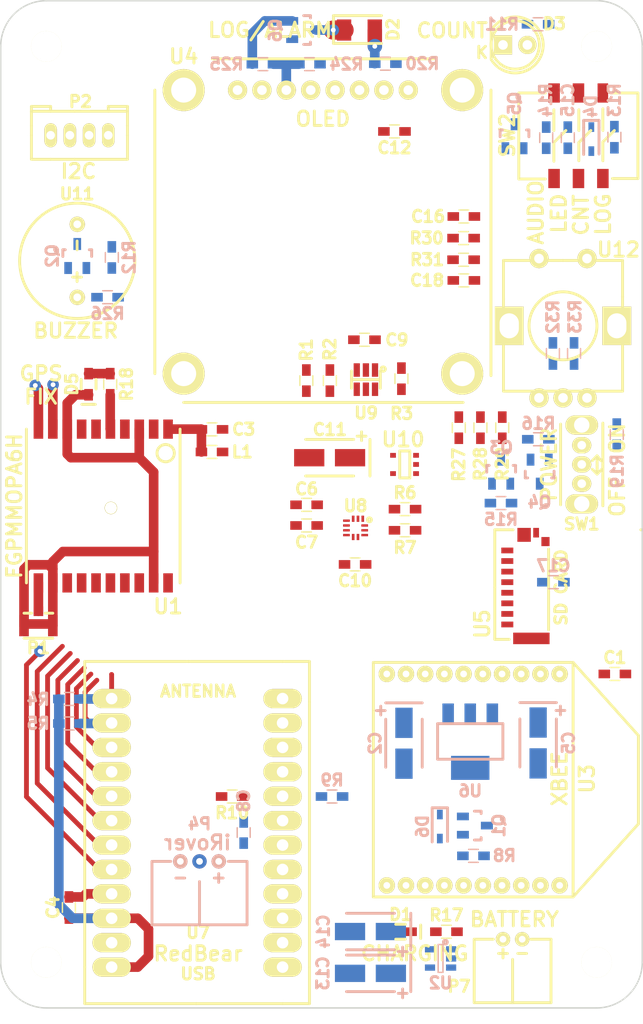
<source format=kicad_pcb>
(kicad_pcb (version 4) (host pcbnew 4.0.0-rc1-stable)

  (general
    (links 182)
    (no_connects 159)
    (area 112.412999 51.025399 179.363001 155.975401)
    (thickness 1.6)
    (drawings 23)
    (tracks 101)
    (zones 0)
    (modules 83)
    (nets 54)
  )

  (page A4)
  (title_block
    (title "Integrated Safecast bGeige Nano")
    (date 2016-03-30)
    (rev 2.0)
    (company "Isntitute IRNAS Rače")
  )

  (layers
    (0 F.Cu signal)
    (31 B.Cu signal)
    (32 B.Adhes user)
    (33 F.Adhes user)
    (34 B.Paste user)
    (35 F.Paste user)
    (36 B.SilkS user)
    (37 F.SilkS user)
    (38 B.Mask user)
    (39 F.Mask user)
    (40 Dwgs.User user)
    (41 Cmts.User user)
    (42 Eco1.User user)
    (43 Eco2.User user)
    (44 Edge.Cuts user)
    (45 Margin user)
    (46 B.CrtYd user)
    (47 F.CrtYd user)
    (48 B.Fab user)
    (49 F.Fab user)
  )

  (setup
    (last_trace_width 0.4)
    (user_trace_width 0.4)
    (user_trace_width 0.5)
    (user_trace_width 0.75)
    (user_trace_width 1)
    (user_trace_width 1.25)
    (user_trace_width 1.5)
    (user_trace_width 1.75)
    (user_trace_width 2)
    (trace_clearance 0.21)
    (zone_clearance 0.508)
    (zone_45_only yes)
    (trace_min 0.4)
    (segment_width 0.2)
    (edge_width 0.15)
    (via_size 1.2)
    (via_drill 0.5)
    (via_min_size 1.2)
    (via_min_drill 0.5)
    (user_via 1.2 0.5)
    (uvia_size 0.3)
    (uvia_drill 0.1)
    (uvias_allowed no)
    (uvia_min_size 0.2)
    (uvia_min_drill 0.1)
    (pcb_text_width 0.3)
    (pcb_text_size 1.5 1.5)
    (mod_edge_width 0.15)
    (mod_text_size 1 1)
    (mod_text_width 0.15)
    (pad_size 3.2 3.2)
    (pad_drill 3.2)
    (pad_to_mask_clearance 0.2)
    (aux_axis_origin 117.238 55.8504)
    (grid_origin 117.238 55.8504)
    (visible_elements 7FFFF77F)
    (pcbplotparams
      (layerselection 0x010f0_80000001)
      (usegerberextensions true)
      (excludeedgelayer true)
      (linewidth 0.150000)
      (plotframeref false)
      (viasonmask false)
      (mode 1)
      (useauxorigin true)
      (hpglpennumber 1)
      (hpglpenspeed 20)
      (hpglpendiameter 15)
      (hpglpenoverlay 2)
      (psnegative false)
      (psa4output false)
      (plotreference true)
      (plotvalue true)
      (plotinvisibletext false)
      (padsonsilk false)
      (subtractmaskfromsilk false)
      (outputformat 1)
      (mirror false)
      (drillshape 0)
      (scaleselection 1)
      (outputdirectory gerbers_geiger/))
  )

  (net 0 "")
  (net 1 GND)
  (net 2 +3V3)
  (net 3 VBAT)
  (net 4 VDD_A)
  (net 5 "Net-(C10-Pad1)")
  (net 6 VUSB)
  (net 7 "Net-(C15-Pad1)")
  (net 8 IROVER)
  (net 9 "Net-(D4-Pad2)")
  (net 10 "Net-(R1-Pad2)")
  (net 11 VDD_EN)
  (net 12 I2C_SDA)
  (net 13 I2C_SCL)
  (net 14 "Net-(R6-Pad1)")
  (net 15 "Net-(R7-Pad1)")
  (net 16 "Net-(R17-Pad2)")
  (net 17 TX_XBEE)
  (net 18 RX_XBEE)
  (net 19 LCD_RST)
  (net 20 SPI_SCK)
  (net 21 SPI_MOSI)
  (net 22 CS_LOG)
  (net 23 SPI_MISO)
  (net 24 CD_LOG)
  (net 25 "Net-(D3-Pad1)")
  (net 26 "Net-(D3-Pad2)")
  (net 27 "Net-(D2-Pad2)")
  (net 28 "Net-(D1-Pad1)")
  (net 29 TX_GPS)
  (net 30 RX_GPS)
  (net 31 "Net-(D5-Pad2)")
  (net 32 "Net-(Q2-Pad3)")
  (net 33 LDO)
  (net 34 "Net-(D2-Pad1)")
  (net 35 PWR)
  (net 36 PWR_ON)
  (net 37 "Net-(Q3-Pad3)")
  (net 38 "Net-(Q5-Pad1)")
  (net 39 PWR_OFF)
  (net 40 BAT_MEASURE)
  (net 41 CNT_LED)
  (net 42 LOG_LED)
  (net 43 "Net-(R24-Pad2)")
  (net 44 PIEZO)
  (net 45 "Net-(C3-Pad2)")
  (net 46 "Net-(R18-Pad1)")
  (net 47 "Net-(P1-Pad1)")
  (net 48 ENC_B)
  (net 49 ENC_A)
  (net 50 "Net-(R26-Pad2)")
  (net 51 ENC_SW)
  (net 52 "Net-(R30-Pad2)")
  (net 53 "Net-(R31-Pad2)")

  (net_class Default "This is the default net class."
    (clearance 0.21)
    (trace_width 0.4)
    (via_dia 1.2)
    (via_drill 0.5)
    (uvia_dia 0.3)
    (uvia_drill 0.1)
    (add_net +3V3)
    (add_net BAT_MEASURE)
    (add_net CD_LOG)
    (add_net CNT_LED)
    (add_net CS_LOG)
    (add_net ENC_A)
    (add_net ENC_B)
    (add_net ENC_SW)
    (add_net GND)
    (add_net I2C_SCL)
    (add_net I2C_SDA)
    (add_net IROVER)
    (add_net LCD_RST)
    (add_net LDO)
    (add_net LOG_LED)
    (add_net "Net-(C10-Pad1)")
    (add_net "Net-(C15-Pad1)")
    (add_net "Net-(C3-Pad2)")
    (add_net "Net-(D1-Pad1)")
    (add_net "Net-(D2-Pad1)")
    (add_net "Net-(D2-Pad2)")
    (add_net "Net-(D3-Pad1)")
    (add_net "Net-(D3-Pad2)")
    (add_net "Net-(D4-Pad2)")
    (add_net "Net-(D5-Pad2)")
    (add_net "Net-(P1-Pad1)")
    (add_net "Net-(Q2-Pad3)")
    (add_net "Net-(Q3-Pad3)")
    (add_net "Net-(Q5-Pad1)")
    (add_net "Net-(R1-Pad2)")
    (add_net "Net-(R17-Pad2)")
    (add_net "Net-(R18-Pad1)")
    (add_net "Net-(R24-Pad2)")
    (add_net "Net-(R26-Pad2)")
    (add_net "Net-(R30-Pad2)")
    (add_net "Net-(R31-Pad2)")
    (add_net "Net-(R6-Pad1)")
    (add_net "Net-(R7-Pad1)")
    (add_net PIEZO)
    (add_net PWR)
    (add_net PWR_OFF)
    (add_net PWR_ON)
    (add_net RX_GPS)
    (add_net RX_XBEE)
    (add_net SPI_MISO)
    (add_net SPI_MOSI)
    (add_net SPI_SCK)
    (add_net TX_GPS)
    (add_net TX_XBEE)
    (add_net VBAT)
    (add_net VDD_A)
    (add_net VDD_EN)
    (add_net VUSB)
  )

  (module Mounting_Holes:MountingHole_3.2mm_M3 locked (layer F.Cu) (tedit 5710BA99) (tstamp 56F24868)
    (at 174.538 151.1504)
    (descr "Mounting Hole 3.2mm, no annular, M3")
    (tags "mounting hole 3.2mm no annular m3")
    (fp_text reference "" (at 0 -4.2) (layer F.SilkS) hide
      (effects (font (size 1 1) (thickness 0.15)))
    )
    (fp_text value MountingHole_3.2mm_M3 (at 0 4.2) (layer F.Fab) hide
      (effects (font (size 1 1) (thickness 0.15)))
    )
    (fp_circle (center 0 0) (end 3.2 0) (layer Cmts.User) (width 0.15))
    (fp_circle (center 0 0) (end 3.45 0) (layer F.CrtYd) (width 0.05))
    (pad 1 np_thru_hole circle (at 0 0) (size 3.2 3.2) (drill 3.2) (layers *.Cu *.Mask F.SilkS))
  )

  (module Mounting_Holes:MountingHole_3.2mm_M3 locked (layer F.Cu) (tedit 5710BA8F) (tstamp 56F24861)
    (at 117.238 151.1504)
    (descr "Mounting Hole 3.2mm, no annular, M3")
    (tags "mounting hole 3.2mm no annular m3")
    (fp_text reference "" (at 0 -4.2) (layer F.SilkS) hide
      (effects (font (size 1 1) (thickness 0.15)))
    )
    (fp_text value MountingHole_3.2mm_M3 (at 0 4.2) (layer F.Fab) hide
      (effects (font (size 1 1) (thickness 0.15)))
    )
    (fp_circle (center 0 0) (end 3.2 0) (layer Cmts.User) (width 0.15))
    (fp_circle (center 0 0) (end 3.45 0) (layer F.CrtYd) (width 0.05))
    (pad 1 np_thru_hole circle (at 0 0) (size 3.2 3.2) (drill 3.2) (layers *.Cu *.Mask F.SilkS))
  )

  (module Mounting_Holes:MountingHole_3.2mm_M3 locked (layer F.Cu) (tedit 5710BA81) (tstamp 56F24834)
    (at 174.538 55.8504)
    (descr "Mounting Hole 3.2mm, no annular, M3")
    (tags "mounting hole 3.2mm no annular m3")
    (fp_text reference "" (at 0 -4.2) (layer F.SilkS) hide
      (effects (font (size 1 1) (thickness 0.15)))
    )
    (fp_text value MountingHole_3.2mm_M3 (at 0 4.2) (layer F.Fab) hide
      (effects (font (size 1 1) (thickness 0.15)))
    )
    (fp_circle (center 0 0) (end 3.2 0) (layer Cmts.User) (width 0.15))
    (fp_circle (center 0 0) (end 3.45 0) (layer F.CrtYd) (width 0.05))
    (pad 1 np_thru_hole circle (at 0 0) (size 3.2 3.2) (drill 3.2) (layers *.Cu *.Mask F.SilkS))
  )

  (module Mounting_Holes:MountingHole_3.2mm_M3 locked (layer F.Cu) (tedit 5710BA5A) (tstamp 56F247EE)
    (at 117.238 55.8504)
    (descr "Mounting Hole 3.2mm, no annular, M3")
    (tags "mounting hole 3.2mm no annular m3")
    (fp_text reference "" (at 0 -4.2) (layer F.SilkS) hide
      (effects (font (size 1 1) (thickness 0.15)))
    )
    (fp_text value MountingHole_3.2mm_M3 (at 0 4.2) (layer F.Fab) hide
      (effects (font (size 1 1) (thickness 0.15)))
    )
    (fp_circle (center 0 0) (end 3.2 0) (layer Cmts.User) (width 0.15))
    (fp_circle (center 0 0) (end 3.45 0) (layer F.CrtYd) (width 0.05))
    (pad 1 np_thru_hole circle (at 0 0) (size 3.2 3.2) (drill 3.2) (layers *.Cu *.Mask F.SilkS))
  )

  (module RedBear:R_0603_HandSoldering (layer F.Cu) (tedit 5707A61A) (tstamp 57076A66)
    (at 176.438 121.1504 180)
    (descr "Resistor SMD 0603, hand soldering")
    (tags "resistor 0603")
    (path /56F1FE93)
    (attr smd)
    (fp_text reference C1 (at 0 1.7 180) (layer F.SilkS)
      (effects (font (size 1.2 1.2) (thickness 0.3)))
    )
    (fp_text value 100nF (at 0 1.9 180) (layer F.Fab) hide
      (effects (font (size 1 1) (thickness 0.15)))
    )
    (fp_line (start -2 -0.8) (end 2 -0.8) (layer F.CrtYd) (width 0.05))
    (fp_line (start -2 0.8) (end 2 0.8) (layer F.CrtYd) (width 0.05))
    (fp_line (start -2 -0.8) (end -2 0.8) (layer F.CrtYd) (width 0.05))
    (fp_line (start 2 -0.8) (end 2 0.8) (layer F.CrtYd) (width 0.05))
    (fp_line (start 0.5 0.675) (end -0.5 0.675) (layer F.SilkS) (width 0.15))
    (fp_line (start -0.5 -0.675) (end 0.5 -0.675) (layer F.SilkS) (width 0.15))
    (pad 1 smd rect (at -1.1 0 180) (size 1.2 0.9) (layers F.Cu F.Paste F.Mask)
      (net 1 GND))
    (pad 2 smd rect (at 1.1 0 180) (size 1.2 0.9) (layers F.Cu F.Paste F.Mask)
      (net 2 +3V3))
    (model Resistors_SMD.3dshapes/R_0603_HandSoldering.wrl
      (at (xyz 0 0 0))
      (scale (xyz 1 1 1))
      (rotate (xyz 0 0 0))
    )
  )

  (module RedBear:TantalC_SizeB_EIA-3528_HandSoldering (layer B.Cu) (tedit 56F3DE44) (tstamp 57076A70)
    (at 154.478 128.3604 270)
    (descr "Tantal Cap. , Size B, EIA-3528, Hand Soldering,")
    (tags "Tantal Cap. , Size B, EIA-3528, Hand Soldering,")
    (path /56F14F8F)
    (attr smd)
    (fp_text reference C2 (at 0 3 270) (layer B.SilkS)
      (effects (font (size 1.2 1.2) (thickness 0.3)) (justify mirror))
    )
    (fp_text value 10uF (at -0.09906 -3.59918 270) (layer B.Fab) hide
      (effects (font (size 1 1) (thickness 0.15)) (justify mirror))
    )
    (fp_text user + (at -3.4 2.5 270) (layer B.SilkS)
      (effects (font (size 1.2 1.2) (thickness 0.3)) (justify mirror))
    )
    (fp_line (start -4.20116 1.89992) (end -4.20116 -1.89992) (layer B.SilkS) (width 0.3))
    (fp_line (start 2.49936 1.89992) (end -2.49936 1.89992) (layer B.SilkS) (width 0.3))
    (fp_line (start 2.49682 -1.89992) (end -2.5019 -1.89992) (layer B.SilkS) (width 0.3))
    (pad 2 smd rect (at 2.12598 0 270) (size 3.1496 1.80086) (layers B.Cu B.Paste B.Mask)
      (net 1 GND))
    (pad 1 smd rect (at -2.12598 0 270) (size 3.1496 1.80086) (layers B.Cu B.Paste B.Mask)
      (net 33 LDO))
    (model Capacitors_Tantalum_SMD.3dshapes/TantalC_SizeB_EIA-3528_HandSoldering.wrl
      (at (xyz 0 0 0))
      (scale (xyz 1 1 1))
      (rotate (xyz 0 0 180))
    )
  )

  (module RedBear:R_0603_HandSoldering (layer F.Cu) (tedit 5707A69C) (tstamp 57076A7C)
    (at 134.488 95.7004 180)
    (descr "Resistor SMD 0603, hand soldering")
    (tags "resistor 0603")
    (path /56F5523E)
    (attr smd)
    (fp_text reference C3 (at -3.3 0 180) (layer F.SilkS)
      (effects (font (size 1.2 1.2) (thickness 0.3)))
    )
    (fp_text value 100nF (at 0 1.9 180) (layer F.Fab) hide
      (effects (font (size 1 1) (thickness 0.15)))
    )
    (fp_line (start -2 -0.8) (end 2 -0.8) (layer F.CrtYd) (width 0.05))
    (fp_line (start -2 0.8) (end 2 0.8) (layer F.CrtYd) (width 0.05))
    (fp_line (start -2 -0.8) (end -2 0.8) (layer F.CrtYd) (width 0.05))
    (fp_line (start 2 -0.8) (end 2 0.8) (layer F.CrtYd) (width 0.05))
    (fp_line (start 0.5 0.675) (end -0.5 0.675) (layer F.SilkS) (width 0.15))
    (fp_line (start -0.5 -0.675) (end 0.5 -0.675) (layer F.SilkS) (width 0.15))
    (pad 1 smd rect (at -1.1 0 180) (size 1.2 0.9) (layers F.Cu F.Paste F.Mask)
      (net 1 GND))
    (pad 2 smd rect (at 1.1 0 180) (size 1.2 0.9) (layers F.Cu F.Paste F.Mask)
      (net 45 "Net-(C3-Pad2)"))
    (model Resistors_SMD.3dshapes/R_0603_HandSoldering.wrl
      (at (xyz 0 0 0))
      (scale (xyz 1 1 1))
      (rotate (xyz 0 0 0))
    )
  )

  (module RedBear:R_0603_HandSoldering (layer F.Cu) (tedit 5707ABCD) (tstamp 57076A88)
    (at 119.588 145.4504 270)
    (descr "Resistor SMD 0603, hand soldering")
    (tags "resistor 0603")
    (path /56F28822)
    (attr smd)
    (fp_text reference C4 (at 0 1.65 270) (layer F.SilkS)
      (effects (font (size 1.2 1.2) (thickness 0.3)))
    )
    (fp_text value 100nF (at 0 1.9 270) (layer F.Fab) hide
      (effects (font (size 1 1) (thickness 0.15)))
    )
    (fp_line (start -2 -0.8) (end 2 -0.8) (layer F.CrtYd) (width 0.05))
    (fp_line (start -2 0.8) (end 2 0.8) (layer F.CrtYd) (width 0.05))
    (fp_line (start -2 -0.8) (end -2 0.8) (layer F.CrtYd) (width 0.05))
    (fp_line (start 2 -0.8) (end 2 0.8) (layer F.CrtYd) (width 0.05))
    (fp_line (start 0.5 0.675) (end -0.5 0.675) (layer F.SilkS) (width 0.15))
    (fp_line (start -0.5 -0.675) (end 0.5 -0.675) (layer F.SilkS) (width 0.15))
    (pad 1 smd rect (at -1.1 0 270) (size 1.2 0.9) (layers F.Cu F.Paste F.Mask)
      (net 1 GND))
    (pad 2 smd rect (at 1.1 0 270) (size 1.2 0.9) (layers F.Cu F.Paste F.Mask)
      (net 2 +3V3))
    (model Resistors_SMD.3dshapes/R_0603_HandSoldering.wrl
      (at (xyz 0 0 0))
      (scale (xyz 1 1 1))
      (rotate (xyz 0 0 0))
    )
  )

  (module RedBear:TantalC_SizeB_EIA-3528_HandSoldering (layer B.Cu) (tedit 57109427) (tstamp 57076A92)
    (at 168.448 128.3304 270)
    (descr "Tantal Cap. , Size B, EIA-3528, Hand Soldering,")
    (tags "Tantal Cap. , Size B, EIA-3528, Hand Soldering,")
    (path /56F1636C)
    (attr smd)
    (fp_text reference C5 (at 0 -3.16 270) (layer B.SilkS)
      (effects (font (size 1.2 1.2) (thickness 0.3)) (justify mirror))
    )
    (fp_text value 10uF (at -0.09906 -3.59918 270) (layer B.Fab) hide
      (effects (font (size 1 1) (thickness 0.15)) (justify mirror))
    )
    (fp_text user + (at -3.38 -2.24 270) (layer B.SilkS)
      (effects (font (size 1.2 1.2) (thickness 0.3)) (justify mirror))
    )
    (fp_line (start -4.20116 1.89992) (end -4.20116 -1.89992) (layer B.SilkS) (width 0.3))
    (fp_line (start 2.49936 1.89992) (end -2.49936 1.89992) (layer B.SilkS) (width 0.3))
    (fp_line (start 2.49682 -1.89992) (end -2.5019 -1.89992) (layer B.SilkS) (width 0.3))
    (pad 2 smd rect (at 2.12598 0 270) (size 3.1496 1.80086) (layers B.Cu B.Paste B.Mask)
      (net 1 GND))
    (pad 1 smd rect (at -2.12598 0 270) (size 3.1496 1.80086) (layers B.Cu B.Paste B.Mask)
      (net 2 +3V3))
    (model Capacitors_Tantalum_SMD.3dshapes/TantalC_SizeB_EIA-3528_HandSoldering.wrl
      (at (xyz 0 0 0))
      (scale (xyz 1 1 1))
      (rotate (xyz 0 0 180))
    )
  )

  (module RedBear:R_0603_HandSoldering (layer F.Cu) (tedit 5707AD55) (tstamp 57076A9E)
    (at 144.338 103.5504)
    (descr "Resistor SMD 0603, hand soldering")
    (tags "resistor 0603")
    (path /56F1DD66)
    (attr smd)
    (fp_text reference C6 (at 0 -1.65) (layer F.SilkS)
      (effects (font (size 1.2 1.2) (thickness 0.3)))
    )
    (fp_text value 100nF (at 0 1.9) (layer F.Fab) hide
      (effects (font (size 1 1) (thickness 0.15)))
    )
    (fp_line (start -2 -0.8) (end 2 -0.8) (layer F.CrtYd) (width 0.05))
    (fp_line (start -2 0.8) (end 2 0.8) (layer F.CrtYd) (width 0.05))
    (fp_line (start -2 -0.8) (end -2 0.8) (layer F.CrtYd) (width 0.05))
    (fp_line (start 2 -0.8) (end 2 0.8) (layer F.CrtYd) (width 0.05))
    (fp_line (start 0.5 0.675) (end -0.5 0.675) (layer F.SilkS) (width 0.15))
    (fp_line (start -0.5 -0.675) (end 0.5 -0.675) (layer F.SilkS) (width 0.15))
    (pad 1 smd rect (at -1.1 0) (size 1.2 0.9) (layers F.Cu F.Paste F.Mask)
      (net 1 GND))
    (pad 2 smd rect (at 1.1 0) (size 1.2 0.9) (layers F.Cu F.Paste F.Mask)
      (net 2 +3V3))
    (model Resistors_SMD.3dshapes/R_0603_HandSoldering.wrl
      (at (xyz 0 0 0))
      (scale (xyz 1 1 1))
      (rotate (xyz 0 0 0))
    )
  )

  (module RedBear:R_0603_HandSoldering (layer F.Cu) (tedit 5707AD57) (tstamp 57076AAA)
    (at 144.338 105.7004)
    (descr "Resistor SMD 0603, hand soldering")
    (tags "resistor 0603")
    (path /56F1F2CA)
    (attr smd)
    (fp_text reference C7 (at 0 1.75) (layer F.SilkS)
      (effects (font (size 1.2 1.2) (thickness 0.3)))
    )
    (fp_text value 100nF (at 0 1.9) (layer F.Fab) hide
      (effects (font (size 1 1) (thickness 0.15)))
    )
    (fp_line (start -2 -0.8) (end 2 -0.8) (layer F.CrtYd) (width 0.05))
    (fp_line (start -2 0.8) (end 2 0.8) (layer F.CrtYd) (width 0.05))
    (fp_line (start -2 -0.8) (end -2 0.8) (layer F.CrtYd) (width 0.05))
    (fp_line (start 2 -0.8) (end 2 0.8) (layer F.CrtYd) (width 0.05))
    (fp_line (start 0.5 0.675) (end -0.5 0.675) (layer F.SilkS) (width 0.15))
    (fp_line (start -0.5 -0.675) (end 0.5 -0.675) (layer F.SilkS) (width 0.15))
    (pad 1 smd rect (at -1.1 0) (size 1.2 0.9) (layers F.Cu F.Paste F.Mask)
      (net 1 GND))
    (pad 2 smd rect (at 1.1 0) (size 1.2 0.9) (layers F.Cu F.Paste F.Mask)
      (net 4 VDD_A))
    (model Resistors_SMD.3dshapes/R_0603_HandSoldering.wrl
      (at (xyz 0 0 0))
      (scale (xyz 1 1 1))
      (rotate (xyz 0 0 0))
    )
  )

  (module RedBear:R_0603_HandSoldering (layer B.Cu) (tedit 5707B659) (tstamp 57076AB6)
    (at 137.788 137.6504 90)
    (descr "Resistor SMD 0603, hand soldering")
    (tags "resistor 0603")
    (path /56281A61)
    (attr smd)
    (fp_text reference C8 (at 3.3 0 90) (layer B.SilkS)
      (effects (font (size 1.2 1.2) (thickness 0.3)) (justify mirror))
    )
    (fp_text value 100nF (at 0 -1.9 90) (layer B.Fab) hide
      (effects (font (size 1 1) (thickness 0.15)) (justify mirror))
    )
    (fp_line (start -2 0.8) (end 2 0.8) (layer B.CrtYd) (width 0.05))
    (fp_line (start -2 -0.8) (end 2 -0.8) (layer B.CrtYd) (width 0.05))
    (fp_line (start -2 0.8) (end -2 -0.8) (layer B.CrtYd) (width 0.05))
    (fp_line (start 2 0.8) (end 2 -0.8) (layer B.CrtYd) (width 0.05))
    (fp_line (start 0.5 -0.675) (end -0.5 -0.675) (layer B.SilkS) (width 0.15))
    (fp_line (start -0.5 0.675) (end 0.5 0.675) (layer B.SilkS) (width 0.15))
    (pad 1 smd rect (at -1.1 0 90) (size 1.2 0.9) (layers B.Cu B.Paste B.Mask)
      (net 2 +3V3))
    (pad 2 smd rect (at 1.1 0 90) (size 1.2 0.9) (layers B.Cu B.Paste B.Mask)
      (net 1 GND))
    (model Resistors_SMD.3dshapes/R_0603_HandSoldering.wrl
      (at (xyz 0 0 0))
      (scale (xyz 1 1 1))
      (rotate (xyz 0 0 0))
    )
  )

  (module RedBear:R_0603_HandSoldering (layer F.Cu) (tedit 5707B064) (tstamp 57076AC2)
    (at 150.363 86.3754)
    (descr "Resistor SMD 0603, hand soldering")
    (tags "resistor 0603")
    (path /56F1C080)
    (attr smd)
    (fp_text reference C9 (at 3.375 0.025) (layer F.SilkS)
      (effects (font (size 1.2 1.2) (thickness 0.3)))
    )
    (fp_text value 100nF (at 0 1.9) (layer F.Fab) hide
      (effects (font (size 1 1) (thickness 0.15)))
    )
    (fp_line (start -2 -0.8) (end 2 -0.8) (layer F.CrtYd) (width 0.05))
    (fp_line (start -2 0.8) (end 2 0.8) (layer F.CrtYd) (width 0.05))
    (fp_line (start -2 -0.8) (end -2 0.8) (layer F.CrtYd) (width 0.05))
    (fp_line (start 2 -0.8) (end 2 0.8) (layer F.CrtYd) (width 0.05))
    (fp_line (start 0.5 0.675) (end -0.5 0.675) (layer F.SilkS) (width 0.15))
    (fp_line (start -0.5 -0.675) (end 0.5 -0.675) (layer F.SilkS) (width 0.15))
    (pad 1 smd rect (at -1.1 0) (size 1.2 0.9) (layers F.Cu F.Paste F.Mask)
      (net 1 GND))
    (pad 2 smd rect (at 1.1 0) (size 1.2 0.9) (layers F.Cu F.Paste F.Mask)
      (net 2 +3V3))
    (model Resistors_SMD.3dshapes/R_0603_HandSoldering.wrl
      (at (xyz 0 0 0))
      (scale (xyz 1 1 1))
      (rotate (xyz 0 0 0))
    )
  )

  (module RedBear:R_0603_HandSoldering (layer F.Cu) (tedit 56F3CCF0) (tstamp 57076ACE)
    (at 149.388 109.7504 180)
    (descr "Resistor SMD 0603, hand soldering")
    (tags "resistor 0603")
    (path /56F04DF1)
    (attr smd)
    (fp_text reference C10 (at 0 -1.7 180) (layer F.SilkS)
      (effects (font (size 1.2 1.2) (thickness 0.3)))
    )
    (fp_text value 100nF (at 0 1.9 180) (layer F.Fab) hide
      (effects (font (size 1 1) (thickness 0.15)))
    )
    (fp_line (start -2 -0.8) (end 2 -0.8) (layer F.CrtYd) (width 0.05))
    (fp_line (start -2 0.8) (end 2 0.8) (layer F.CrtYd) (width 0.05))
    (fp_line (start -2 -0.8) (end -2 0.8) (layer F.CrtYd) (width 0.05))
    (fp_line (start 2 -0.8) (end 2 0.8) (layer F.CrtYd) (width 0.05))
    (fp_line (start 0.5 0.675) (end -0.5 0.675) (layer F.SilkS) (width 0.15))
    (fp_line (start -0.5 -0.675) (end 0.5 -0.675) (layer F.SilkS) (width 0.15))
    (pad 1 smd rect (at -1.1 0 180) (size 1.2 0.9) (layers F.Cu F.Paste F.Mask)
      (net 5 "Net-(C10-Pad1)"))
    (pad 2 smd rect (at 1.1 0 180) (size 1.2 0.9) (layers F.Cu F.Paste F.Mask)
      (net 1 GND))
    (model Resistors_SMD.3dshapes/R_0603_HandSoldering.wrl
      (at (xyz 0 0 0))
      (scale (xyz 1 1 1))
      (rotate (xyz 0 0 0))
    )
  )

  (module RedBear:TantalC_SizeB_EIA-3528_HandSoldering (layer F.Cu) (tedit 5707B001) (tstamp 57076AD8)
    (at 146.738 98.6504 180)
    (descr "Tantal Cap. , Size B, EIA-3528, Hand Soldering,")
    (tags "Tantal Cap. , Size B, EIA-3528, Hand Soldering,")
    (path /56F13853)
    (attr smd)
    (fp_text reference C11 (at -0.025 2.925 180) (layer F.SilkS)
      (effects (font (size 1.2 1.2) (thickness 0.3)))
    )
    (fp_text value 10uF (at -0.09906 3.59918 180) (layer F.Fab) hide
      (effects (font (size 1 1) (thickness 0.15)))
    )
    (fp_text user + (at -3.325 2.325 180) (layer F.SilkS)
      (effects (font (size 1.2 1.2) (thickness 0.3)))
    )
    (fp_line (start -4.20116 -1.89992) (end -4.20116 1.89992) (layer F.SilkS) (width 0.3))
    (fp_line (start 2.49936 -1.89992) (end -2.49936 -1.89992) (layer F.SilkS) (width 0.3))
    (fp_line (start 2.49682 1.89992) (end -2.5019 1.89992) (layer F.SilkS) (width 0.3))
    (pad 2 smd rect (at 2.12598 0 180) (size 3.1496 1.80086) (layers F.Cu F.Paste F.Mask)
      (net 1 GND))
    (pad 1 smd rect (at -2.12598 0 180) (size 3.1496 1.80086) (layers F.Cu F.Paste F.Mask)
      (net 4 VDD_A))
    (model Capacitors_Tantalum_SMD.3dshapes/TantalC_SizeB_EIA-3528_HandSoldering.wrl
      (at (xyz 0 0 0))
      (scale (xyz 1 1 1))
      (rotate (xyz 0 0 180))
    )
  )

  (module RedBear:R_0603_HandSoldering (layer F.Cu) (tedit 56F3CCF0) (tstamp 57076AE4)
    (at 153.488 64.7004 180)
    (descr "Resistor SMD 0603, hand soldering")
    (tags "resistor 0603")
    (path /57050205)
    (attr smd)
    (fp_text reference C12 (at 0 -1.7 180) (layer F.SilkS)
      (effects (font (size 1.2 1.2) (thickness 0.3)))
    )
    (fp_text value 100nF (at 0 1.9 180) (layer F.Fab) hide
      (effects (font (size 1 1) (thickness 0.15)))
    )
    (fp_line (start -2 -0.8) (end 2 -0.8) (layer F.CrtYd) (width 0.05))
    (fp_line (start -2 0.8) (end 2 0.8) (layer F.CrtYd) (width 0.05))
    (fp_line (start -2 -0.8) (end -2 0.8) (layer F.CrtYd) (width 0.05))
    (fp_line (start 2 -0.8) (end 2 0.8) (layer F.CrtYd) (width 0.05))
    (fp_line (start 0.5 0.675) (end -0.5 0.675) (layer F.SilkS) (width 0.15))
    (fp_line (start -0.5 -0.675) (end 0.5 -0.675) (layer F.SilkS) (width 0.15))
    (pad 1 smd rect (at -1.1 0 180) (size 1.2 0.9) (layers F.Cu F.Paste F.Mask)
      (net 1 GND))
    (pad 2 smd rect (at 1.1 0 180) (size 1.2 0.9) (layers F.Cu F.Paste F.Mask)
      (net 2 +3V3))
    (model Resistors_SMD.3dshapes/R_0603_HandSoldering.wrl
      (at (xyz 0 0 0))
      (scale (xyz 1 1 1))
      (rotate (xyz 0 0 0))
    )
  )

  (module RedBear:TantalC_SizeB_EIA-3528_HandSoldering (layer B.Cu) (tedit 5707B477) (tstamp 57076AEE)
    (at 150.988 152.3004 180)
    (descr "Tantal Cap. , Size B, EIA-3528, Hand Soldering,")
    (tags "Tantal Cap. , Size B, EIA-3528, Hand Soldering,")
    (path /562CA88F)
    (attr smd)
    (fp_text reference C13 (at 4.95 0 270) (layer B.SilkS)
      (effects (font (size 1.2 1.2) (thickness 0.3)) (justify mirror))
    )
    (fp_text value 1uF (at -0.09906 -3.59918 180) (layer B.Fab) hide
      (effects (font (size 1 1) (thickness 0.15)) (justify mirror))
    )
    (fp_text user + (at -3.35 -2 180) (layer B.SilkS)
      (effects (font (size 1.2 1.2) (thickness 0.3)) (justify mirror))
    )
    (fp_line (start -4.20116 1.89992) (end -4.20116 -1.89992) (layer B.SilkS) (width 0.3))
    (fp_line (start 2.49936 1.89992) (end -2.49936 1.89992) (layer B.SilkS) (width 0.3))
    (fp_line (start 2.49682 -1.89992) (end -2.5019 -1.89992) (layer B.SilkS) (width 0.3))
    (pad 2 smd rect (at 2.12598 0 180) (size 3.1496 1.80086) (layers B.Cu B.Paste B.Mask)
      (net 1 GND))
    (pad 1 smd rect (at -2.12598 0 180) (size 3.1496 1.80086) (layers B.Cu B.Paste B.Mask)
      (net 6 VUSB))
    (model Capacitors_Tantalum_SMD.3dshapes/TantalC_SizeB_EIA-3528_HandSoldering.wrl
      (at (xyz 0 0 0))
      (scale (xyz 1 1 1))
      (rotate (xyz 0 0 180))
    )
  )

  (module RedBear:TantalC_SizeB_EIA-3528_HandSoldering (layer B.Cu) (tedit 5707B47D) (tstamp 57076AF8)
    (at 150.988 147.9504 180)
    (descr "Tantal Cap. , Size B, EIA-3528, Hand Soldering,")
    (tags "Tantal Cap. , Size B, EIA-3528, Hand Soldering,")
    (path /562C8AC6)
    (attr smd)
    (fp_text reference C14 (at 4.9 0 270) (layer B.SilkS)
      (effects (font (size 1.2 1.2) (thickness 0.3)) (justify mirror))
    )
    (fp_text value 1uF (at -0.09906 -3.59918 180) (layer B.Fab) hide
      (effects (font (size 1 1) (thickness 0.15)) (justify mirror))
    )
    (fp_text user + (at -3.35 -2 180) (layer B.SilkS)
      (effects (font (size 1.2 1.2) (thickness 0.3)) (justify mirror))
    )
    (fp_line (start -4.20116 1.89992) (end -4.20116 -1.89992) (layer B.SilkS) (width 0.3))
    (fp_line (start 2.49936 1.89992) (end -2.49936 1.89992) (layer B.SilkS) (width 0.3))
    (fp_line (start 2.49682 -1.89992) (end -2.5019 -1.89992) (layer B.SilkS) (width 0.3))
    (pad 2 smd rect (at 2.12598 0 180) (size 3.1496 1.80086) (layers B.Cu B.Paste B.Mask)
      (net 1 GND))
    (pad 1 smd rect (at -2.12598 0 180) (size 3.1496 1.80086) (layers B.Cu B.Paste B.Mask)
      (net 3 VBAT))
    (model Capacitors_Tantalum_SMD.3dshapes/TantalC_SizeB_EIA-3528_HandSoldering.wrl
      (at (xyz 0 0 0))
      (scale (xyz 1 1 1))
      (rotate (xyz 0 0 180))
    )
  )

  (module RedBear:R_0603_HandSoldering (layer B.Cu) (tedit 5707AABE) (tstamp 57076B04)
    (at 171.538 65.3504 270)
    (descr "Resistor SMD 0603, hand soldering")
    (tags "resistor 0603")
    (path /56F354DC)
    (attr smd)
    (fp_text reference C15 (at -3.9 0 270) (layer B.SilkS)
      (effects (font (size 1.2 1.2) (thickness 0.3)) (justify mirror))
    )
    (fp_text value 100nF (at 0 -1.9 270) (layer B.Fab) hide
      (effects (font (size 1 1) (thickness 0.15)) (justify mirror))
    )
    (fp_line (start -2 0.8) (end 2 0.8) (layer B.CrtYd) (width 0.05))
    (fp_line (start -2 -0.8) (end 2 -0.8) (layer B.CrtYd) (width 0.05))
    (fp_line (start -2 0.8) (end -2 -0.8) (layer B.CrtYd) (width 0.05))
    (fp_line (start 2 0.8) (end 2 -0.8) (layer B.CrtYd) (width 0.05))
    (fp_line (start 0.5 -0.675) (end -0.5 -0.675) (layer B.SilkS) (width 0.15))
    (fp_line (start -0.5 0.675) (end 0.5 0.675) (layer B.SilkS) (width 0.15))
    (pad 1 smd rect (at -1.1 0 270) (size 1.2 0.9) (layers B.Cu B.Paste B.Mask)
      (net 7 "Net-(C15-Pad1)"))
    (pad 2 smd rect (at 1.1 0 270) (size 1.2 0.9) (layers B.Cu B.Paste B.Mask)
      (net 1 GND))
    (model Resistors_SMD.3dshapes/R_0603_HandSoldering.wrl
      (at (xyz 0 0 0))
      (scale (xyz 1 1 1))
      (rotate (xyz 0 0 0))
    )
  )

  (module RedBear:R_0603_HandSoldering (layer B.Cu) (tedit 56F3CCF0) (tstamp 57076B10)
    (at 170.038 111.6004 180)
    (descr "Resistor SMD 0603, hand soldering")
    (tags "resistor 0603")
    (path /56F1FFD2)
    (attr smd)
    (fp_text reference C17 (at 0 1.7 180) (layer B.SilkS)
      (effects (font (size 1.2 1.2) (thickness 0.3)) (justify mirror))
    )
    (fp_text value 100nF (at 0 -1.9 180) (layer B.Fab) hide
      (effects (font (size 1 1) (thickness 0.15)) (justify mirror))
    )
    (fp_line (start -2 0.8) (end 2 0.8) (layer B.CrtYd) (width 0.05))
    (fp_line (start -2 -0.8) (end 2 -0.8) (layer B.CrtYd) (width 0.05))
    (fp_line (start -2 0.8) (end -2 -0.8) (layer B.CrtYd) (width 0.05))
    (fp_line (start 2 0.8) (end 2 -0.8) (layer B.CrtYd) (width 0.05))
    (fp_line (start 0.5 -0.675) (end -0.5 -0.675) (layer B.SilkS) (width 0.15))
    (fp_line (start -0.5 0.675) (end 0.5 0.675) (layer B.SilkS) (width 0.15))
    (pad 1 smd rect (at -1.1 0 180) (size 1.2 0.9) (layers B.Cu B.Paste B.Mask)
      (net 1 GND))
    (pad 2 smd rect (at 1.1 0 180) (size 1.2 0.9) (layers B.Cu B.Paste B.Mask)
      (net 2 +3V3))
    (model Resistors_SMD.3dshapes/R_0603_HandSoldering.wrl
      (at (xyz 0 0 0))
      (scale (xyz 1 1 1))
      (rotate (xyz 0 0 0))
    )
  )

  (module RedBear:LED_0603_HandSoldering (layer F.Cu) (tedit 57109087) (tstamp 57076B1E)
    (at 154.118 147.9704 180)
    (descr "LED SMD 0603, hand soldering")
    (tags "LED 0603")
    (path /562A811F)
    (attr smd)
    (fp_text reference D1 (at -0.02 1.79 180) (layer F.SilkS)
      (effects (font (size 1.2 1.2) (thickness 0.3)))
    )
    (fp_text value GREEN (at 0 1.9 180) (layer F.Fab) hide
      (effects (font (size 1 1) (thickness 0.15)))
    )
    (fp_line (start -2.1 0.4) (end -2.1 0.7) (layer F.SilkS) (width 0.3))
    (fp_line (start -2.1 -0.7) (end -2.1 0.6) (layer F.SilkS) (width 0.3))
    (fp_line (start -2 -0.8) (end 2 -0.8) (layer F.CrtYd) (width 0.05))
    (fp_line (start -2 0.8) (end 2 0.8) (layer F.CrtYd) (width 0.05))
    (fp_line (start -2 -0.8) (end -2 0.8) (layer F.CrtYd) (width 0.05))
    (fp_line (start 2 -0.8) (end 2 0.8) (layer F.CrtYd) (width 0.05))
    (fp_line (start 0.5 0.775) (end -0.5 0.775) (layer F.SilkS) (width 0.3))
    (fp_line (start -0.5 -0.775) (end 0.5 -0.775) (layer F.SilkS) (width 0.3))
    (pad 1 smd rect (at -1.1 0 180) (size 1.2 0.9) (layers F.Cu F.Paste F.Mask)
      (net 28 "Net-(D1-Pad1)"))
    (pad 2 smd rect (at 1.1 0 180) (size 1.2 0.9) (layers F.Cu F.Paste F.Mask)
      (net 3 VBAT))
    (model Resistors_SMD.3dshapes/R_0603_HandSoldering.wrl
      (at (xyz 0 0 0))
      (scale (xyz 1 1 1))
      (rotate (xyz 0 0 0))
    )
  )

  (module KPD-3224SURCK:KPD-3224SURCK (layer F.Cu) (tedit 570780AE) (tstamp 57076B28)
    (at 149.838 54.1504)
    (path /56F2D3CC)
    (fp_text reference D2 (at 3.5 -0.05 270) (layer F.SilkS)
      (effects (font (size 1.2 1.2) (thickness 0.3)))
    )
    (fp_text value RED (at 0 -4.2) (layer F.Fab) hide
      (effects (font (size 1 1) (thickness 0.15)))
    )
    (fp_line (start 2.3 -1.5) (end -2.6 -1.5) (layer F.SilkS) (width 0.3))
    (fp_line (start -2.6 -1.5) (end -2.7 -1.5) (layer F.SilkS) (width 0.3))
    (fp_line (start -2.7 -1.5) (end -2.7 1.4) (layer F.SilkS) (width 0.3))
    (fp_line (start -2.7 1.4) (end 2.3 1.4) (layer F.SilkS) (width 0.3))
    (pad 1 smd rect (at -1.6 0) (size 1.5 2.2) (layers F.Cu F.Paste F.Mask)
      (net 34 "Net-(D2-Pad1)"))
    (pad 2 smd rect (at 1.6 0) (size 1.5 2.2) (layers F.Cu F.Paste F.Mask)
      (net 27 "Net-(D2-Pad2)"))
  )

  (module MCL053SGC:MCL053SGC (layer F.Cu) (tedit 57078137) (tstamp 57076B34)
    (at 164.788 55.7004)
    (descr "LED 5mm round vertical")
    (tags "LED 5mm round vertical")
    (path /56F38584)
    (fp_text reference D3 (at 5.35 -2.2) (layer F.SilkS)
      (effects (font (size 1.2 1.2) (thickness 0.3)))
    )
    (fp_text value GREEN (at 1.45 -3.85) (layer F.Fab) hide
      (effects (font (size 1 1) (thickness 0.15)))
    )
    (fp_line (start -1.5 -1.55) (end -1.5 1.55) (layer F.CrtYd) (width 0.05))
    (fp_arc (start 1.3 0) (end -1.5 1.55) (angle -302) (layer F.CrtYd) (width 0.05))
    (fp_arc (start 1.27 0) (end -1.23 -1.5) (angle 297.5) (layer F.SilkS) (width 0.3))
    (fp_line (start -1.23 1.5) (end -1.23 -1.5) (layer F.SilkS) (width 0.3))
    (fp_circle (center 1.27 0) (end 0.97 -2.5) (layer F.SilkS) (width 0.3))
    (fp_text user K (at -2.2 0.8) (layer F.SilkS)
      (effects (font (size 1.2 1.2) (thickness 0.3)))
    )
    (pad 1 thru_hole rect (at 0 0 90) (size 2 1.9) (drill 1.00076) (layers *.Cu *.Mask F.SilkS)
      (net 25 "Net-(D3-Pad1)"))
    (pad 2 thru_hole circle (at 2.54 0) (size 1.9 1.9) (drill 1.00076) (layers *.Cu *.Mask F.SilkS)
      (net 26 "Net-(D3-Pad2)"))
  )

  (module SOD-323_standard:SOD-323 (layer B.Cu) (tedit 5707AAEB) (tstamp 57076B48)
    (at 173.988 65.5004 270)
    (descr SOD-323)
    (tags SOD-323)
    (path /56F353A7)
    (attr smd)
    (fp_text reference D4 (at -3.4 0.05 270) (layer B.SilkS)
      (effects (font (size 1.2 1.2) (thickness 0.3)) (justify mirror))
    )
    (fp_text value 1N4148 (at 0.1 -1.9 270) (layer B.Fab) hide
      (effects (font (size 1 1) (thickness 0.15)) (justify mirror))
    )
    (fp_line (start 1.2 -0.8) (end 1.55 -0.8) (layer B.SilkS) (width 0.3))
    (fp_line (start 1.2 0.8) (end 1.6 0.8) (layer B.SilkS) (width 0.3))
    (fp_line (start -1.95 0) (end -1.95 -0.75) (layer B.SilkS) (width 0.3))
    (fp_line (start -1.95 -0.75) (end -1.95 -0.8) (layer B.SilkS) (width 0.3))
    (fp_line (start -1.95 -0.8) (end -1.2 -0.8) (layer B.SilkS) (width 0.3))
    (fp_line (start -1.95 0) (end -1.95 0.8) (layer B.SilkS) (width 0.3))
    (fp_line (start -1.95 0.8) (end -1.85 0.8) (layer B.SilkS) (width 0.3))
    (fp_line (start -1.2 0.8) (end -1.85 0.8) (layer B.SilkS) (width 0.3))
    (fp_line (start -1.5 0.95) (end 1.5 0.95) (layer B.CrtYd) (width 0.05))
    (fp_line (start 1.5 0.95) (end 1.5 -0.95) (layer B.CrtYd) (width 0.05))
    (fp_line (start -1.5 -0.95) (end 1.5 -0.95) (layer B.CrtYd) (width 0.05))
    (fp_line (start -1.5 0.95) (end -1.5 -0.95) (layer B.CrtYd) (width 0.05))
    (fp_line (start -1.2 -0.8) (end 1.2 -0.8) (layer B.SilkS) (width 0.3))
    (fp_line (start -1.2 0.8) (end 1.2 0.8) (layer B.SilkS) (width 0.3))
    (pad 1 smd rect (at -1.25 0 270) (size 1 0.6) (layers B.Cu B.Paste B.Mask)
      (net 7 "Net-(C15-Pad1)"))
    (pad 2 smd rect (at 1.25 0 270) (size 1 0.6) (layers B.Cu B.Paste B.Mask)
      (net 9 "Net-(D4-Pad2)"))
  )

  (module RedBear:LED_0603_HandSoldering (layer F.Cu) (tedit 5707A6F9) (tstamp 57076B56)
    (at 121.638 91.0004 90)
    (descr "LED SMD 0603, hand soldering")
    (tags "LED 0603")
    (path /56F57E7D)
    (attr smd)
    (fp_text reference D5 (at 0 -1.75 90) (layer F.SilkS)
      (effects (font (size 1.2 1.2) (thickness 0.3)))
    )
    (fp_text value RED (at 0 1.9 90) (layer F.Fab) hide
      (effects (font (size 1 1) (thickness 0.15)))
    )
    (fp_line (start -2.1 0.4) (end -2.1 0.7) (layer F.SilkS) (width 0.3))
    (fp_line (start -2.1 -0.7) (end -2.1 0.6) (layer F.SilkS) (width 0.3))
    (fp_line (start -2 -0.8) (end 2 -0.8) (layer F.CrtYd) (width 0.05))
    (fp_line (start -2 0.8) (end 2 0.8) (layer F.CrtYd) (width 0.05))
    (fp_line (start -2 -0.8) (end -2 0.8) (layer F.CrtYd) (width 0.05))
    (fp_line (start 2 -0.8) (end 2 0.8) (layer F.CrtYd) (width 0.05))
    (fp_line (start 0.5 0.775) (end -0.5 0.775) (layer F.SilkS) (width 0.3))
    (fp_line (start -0.5 -0.775) (end 0.5 -0.775) (layer F.SilkS) (width 0.3))
    (pad 1 smd rect (at -1.1 0 90) (size 1.2 0.9) (layers F.Cu F.Paste F.Mask)
      (net 1 GND))
    (pad 2 smd rect (at 1.1 0 90) (size 1.2 0.9) (layers F.Cu F.Paste F.Mask)
      (net 31 "Net-(D5-Pad2)"))
    (model Resistors_SMD.3dshapes/R_0603_HandSoldering.wrl
      (at (xyz 0 0 0))
      (scale (xyz 1 1 1))
      (rotate (xyz 0 0 0))
    )
  )

  (module SOD-323_standard:SOD-323 (layer B.Cu) (tedit 5706ACFF) (tstamp 57076B6A)
    (at 158.213 137.0254 270)
    (descr SOD-323)
    (tags SOD-323)
    (path /57063E16)
    (attr smd)
    (fp_text reference D6 (at 0 1.8 270) (layer B.SilkS)
      (effects (font (size 1.2 1.2) (thickness 0.3)) (justify mirror))
    )
    (fp_text value BAT20J (at 0.1 -1.9 270) (layer B.Fab) hide
      (effects (font (size 1 1) (thickness 0.15)) (justify mirror))
    )
    (fp_line (start 1.2 -0.8) (end 1.55 -0.8) (layer B.SilkS) (width 0.3))
    (fp_line (start 1.2 0.8) (end 1.6 0.8) (layer B.SilkS) (width 0.3))
    (fp_line (start -1.95 0) (end -1.95 -0.75) (layer B.SilkS) (width 0.3))
    (fp_line (start -1.95 -0.75) (end -1.95 -0.8) (layer B.SilkS) (width 0.3))
    (fp_line (start -1.95 -0.8) (end -1.2 -0.8) (layer B.SilkS) (width 0.3))
    (fp_line (start -1.95 0) (end -1.95 0.8) (layer B.SilkS) (width 0.3))
    (fp_line (start -1.95 0.8) (end -1.85 0.8) (layer B.SilkS) (width 0.3))
    (fp_line (start -1.2 0.8) (end -1.85 0.8) (layer B.SilkS) (width 0.3))
    (fp_line (start -1.5 0.95) (end 1.5 0.95) (layer B.CrtYd) (width 0.05))
    (fp_line (start 1.5 0.95) (end 1.5 -0.95) (layer B.CrtYd) (width 0.05))
    (fp_line (start -1.5 -0.95) (end 1.5 -0.95) (layer B.CrtYd) (width 0.05))
    (fp_line (start -1.5 0.95) (end -1.5 -0.95) (layer B.CrtYd) (width 0.05))
    (fp_line (start -1.2 -0.8) (end 1.2 -0.8) (layer B.SilkS) (width 0.3))
    (fp_line (start -1.2 0.8) (end 1.2 0.8) (layer B.SilkS) (width 0.3))
    (pad 1 smd rect (at -1.25 0 270) (size 1 0.6) (layers B.Cu B.Paste B.Mask)
      (net 35 PWR))
    (pad 2 smd rect (at 1.25 0 270) (size 1 0.6) (layers B.Cu B.Paste B.Mask)
      (net 6 VUSB))
  )

  (module B3B-PH-SM4-TB_IROVER_CONNECTOR:B3B-PH-SM4-TB_IROVER_CONNECTOR (layer B.Cu) (tedit 57078F26) (tstamp 57076B7A)
    (at 133.188 140.6504 180)
    (path /56280ED1)
    (fp_text reference P4 (at 0 3.9 180) (layer B.SilkS)
      (effects (font (size 1.2 1.2) (thickness 0.3)) (justify mirror))
    )
    (fp_text value "I ROVER" (at 0 3.5 180) (layer B.Fab) hide
      (effects (font (size 1 1) (thickness 0.15)) (justify mirror))
    )
    (fp_text user - (at 2 -1.65 180) (layer B.SilkS)
      (effects (font (size 1.2 1.2) (thickness 0.3)) (justify mirror))
    )
    (fp_text user + (at -2 -1.65 180) (layer B.SilkS)
      (effects (font (size 1.2 1.2) (thickness 0.3)) (justify mirror))
    )
    (fp_line (start 4.9 0) (end 3 0) (layer B.SilkS) (width 0.3))
    (fp_line (start -4.9 0) (end -3 0) (layer B.SilkS) (width 0.3))
    (fp_line (start 0 -6.6) (end 0 -2.1) (layer B.SilkS) (width 0.3))
    (fp_line (start 4.95 0) (end 4.95 -6.6) (layer B.SilkS) (width 0.3))
    (fp_line (start 4.95 -6.6) (end 0 -6.6) (layer B.SilkS) (width 0.3))
    (fp_line (start -4.95 0) (end -4.95 -6.6) (layer B.SilkS) (width 0.3))
    (fp_line (start -4.95 -6.6) (end 0 -6.6) (layer B.SilkS) (width 0.3))
    (pad 3 thru_hole circle (at 2 0 180) (size 1.5 1.5) (drill 0.7) (layers *.Cu *.Mask B.SilkS)
      (net 1 GND))
    (pad 2 thru_hole circle (at 0 0 180) (size 1.5 1.5) (drill 0.7) (layers *.Cu *.Mask)
      (net 8 IROVER))
    (pad 1 thru_hole circle (at -2 0 180) (size 1.5 1.5) (drill 0.7) (layers *.Cu *.Mask B.SilkS)
      (net 2 +3V3))
  )

  (module B2B-PH-SM4-TB_Battery_Connector:B2B-PH-SM4-TB_Battery_Connector (layer F.Cu) (tedit 571090BC) (tstamp 57076B89)
    (at 165.788 148.7504)
    (path /562D00D8)
    (fp_text reference P7 (at -5.58 4.91) (layer F.SilkS)
      (effects (font (size 1.2 1.2) (thickness 0.3)))
    )
    (fp_text value BATTERY (at 0 -3.5) (layer F.Fab) hide
      (effects (font (size 1 1) (thickness 0.15)))
    )
    (fp_line (start 0 6.6) (end 0 2.1) (layer F.SilkS) (width 0.3))
    (fp_text user + (at -1 1.4) (layer F.SilkS)
      (effects (font (size 1.2 1.2) (thickness 0.3)))
    )
    (fp_text user - (at 1 1.4) (layer F.SilkS)
      (effects (font (size 1.2 1.2) (thickness 0.3)))
    )
    (fp_line (start 4 0) (end 4 6.6) (layer F.SilkS) (width 0.3))
    (fp_line (start 4 6.6) (end 0 6.6) (layer F.SilkS) (width 0.3))
    (fp_line (start -4 0) (end -4 6.6) (layer F.SilkS) (width 0.3))
    (fp_line (start -4 6.6) (end 0 6.6) (layer F.SilkS) (width 0.3))
    (fp_line (start -2 0) (end -4 0) (layer F.SilkS) (width 0.3))
    (fp_line (start 1.9 0) (end 4 0) (layer F.SilkS) (width 0.3))
    (pad 2 thru_hole circle (at 1 0) (size 1.5 1.5) (drill 0.7) (layers *.Cu *.Mask F.SilkS)
      (net 1 GND))
    (pad 1 thru_hole circle (at -1 0) (size 1.5 1.5) (drill 0.7) (layers *.Cu *.Mask F.SilkS)
      (net 3 VBAT))
  )

  (module sot_32_standard:SOT-23 (layer B.Cu) (tedit 57066ACE) (tstamp 57076B99)
    (at 161.863 136.9254 90)
    (descr "SOT-23, Standard")
    (tags SOT-23)
    (path /57062B76)
    (attr smd)
    (fp_text reference Q1 (at 0 2.5 90) (layer B.SilkS)
      (effects (font (size 1.2 1.2) (thickness 0.3)) (justify mirror))
    )
    (fp_text value ZXMP6A13F (at 0 -2.5 90) (layer B.Fab) hide
      (effects (font (size 1 1) (thickness 0.15)) (justify mirror))
    )
    (fp_line (start -1.65 1.6) (end 1.65 1.6) (layer B.CrtYd) (width 0.05))
    (fp_line (start 1.65 1.6) (end 1.65 -1.6) (layer B.CrtYd) (width 0.05))
    (fp_line (start 1.65 -1.6) (end -1.65 -1.6) (layer B.CrtYd) (width 0.05))
    (fp_line (start -1.65 -1.6) (end -1.65 1.6) (layer B.CrtYd) (width 0.05))
    (fp_line (start 1.29916 0.65024) (end 1.2509 0.65024) (layer B.SilkS) (width 0.3))
    (fp_line (start -1.49982 -0.0508) (end -1.49982 0.65024) (layer B.SilkS) (width 0.3))
    (fp_line (start -1.49982 0.65024) (end -1.2509 0.65024) (layer B.SilkS) (width 0.3))
    (fp_line (start 1.29916 0.65024) (end 1.49982 0.65024) (layer B.SilkS) (width 0.3))
    (fp_line (start 1.49982 0.65024) (end 1.49982 -0.0508) (layer B.SilkS) (width 0.3))
    (pad 1 smd rect (at -0.95 -1.25 90) (size 0.8001 1.25) (layers B.Cu B.Paste B.Mask)
      (net 6 VUSB))
    (pad 2 smd rect (at 0.95 -1.25 90) (size 0.8001 1.25) (layers B.Cu B.Paste B.Mask)
      (net 35 PWR))
    (pad 3 smd rect (at 0 1.25 90) (size 0.8001 1.25) (layers B.Cu B.Paste B.Mask)
      (net 3 VBAT))
    (model TO_SOT_Packages_SMD.3dshapes/SOT-23.wrl
      (at (xyz 0 0 0))
      (scale (xyz 1 1 1))
      (rotate (xyz 0 0 0))
    )
  )

  (module sot_32_standard:SOT-23 (layer B.Cu) (tedit 5710BF44) (tstamp 57076BA9)
    (at 120.458 77.6604 180)
    (descr "SOT-23, Standard")
    (tags SOT-23)
    (path /570CE208)
    (attr smd)
    (fp_text reference Q2 (at 2.6 0 270) (layer B.SilkS)
      (effects (font (size 1.2 1.2) (thickness 0.3)) (justify mirror))
    )
    (fp_text value RSR010N10FHATL (at 0 -2.5 180) (layer B.Fab) hide
      (effects (font (size 1 1) (thickness 0.15)) (justify mirror))
    )
    (fp_line (start -1.65 1.6) (end 1.65 1.6) (layer B.CrtYd) (width 0.05))
    (fp_line (start 1.65 1.6) (end 1.65 -1.6) (layer B.CrtYd) (width 0.05))
    (fp_line (start 1.65 -1.6) (end -1.65 -1.6) (layer B.CrtYd) (width 0.05))
    (fp_line (start -1.65 -1.6) (end -1.65 1.6) (layer B.CrtYd) (width 0.05))
    (fp_line (start 1.29916 0.65024) (end 1.2509 0.65024) (layer B.SilkS) (width 0.3))
    (fp_line (start -1.49982 -0.0508) (end -1.49982 0.65024) (layer B.SilkS) (width 0.3))
    (fp_line (start -1.49982 0.65024) (end -1.2509 0.65024) (layer B.SilkS) (width 0.3))
    (fp_line (start 1.29916 0.65024) (end 1.49982 0.65024) (layer B.SilkS) (width 0.3))
    (fp_line (start 1.49982 0.65024) (end 1.49982 -0.0508) (layer B.SilkS) (width 0.3))
    (pad 1 smd rect (at -0.95 -1.25 180) (size 0.8001 1.25) (layers B.Cu B.Paste B.Mask)
      (net 8 IROVER))
    (pad 2 smd rect (at 0.95 -1.25 180) (size 0.8001 1.25) (layers B.Cu B.Paste B.Mask)
      (net 1 GND))
    (pad 3 smd rect (at 0 1.25 180) (size 0.8001 1.25) (layers B.Cu B.Paste B.Mask)
      (net 32 "Net-(Q2-Pad3)"))
    (model TO_SOT_Packages_SMD.3dshapes/SOT-23.wrl
      (at (xyz 0 0 0))
      (scale (xyz 1 1 1))
      (rotate (xyz 0 0 0))
    )
  )

  (module sot_32_standard:SOT-23 (layer B.Cu) (tedit 57066ACE) (tstamp 57076BB9)
    (at 164.598 100.1004 180)
    (descr "SOT-23, Standard")
    (tags SOT-23)
    (path /57076F47)
    (attr smd)
    (fp_text reference Q3 (at 0 2.5 180) (layer B.SilkS)
      (effects (font (size 1.2 1.2) (thickness 0.3)) (justify mirror))
    )
    (fp_text value RSR010N10FHATL (at 0 -2.5 180) (layer B.Fab) hide
      (effects (font (size 1 1) (thickness 0.15)) (justify mirror))
    )
    (fp_line (start -1.65 1.6) (end 1.65 1.6) (layer B.CrtYd) (width 0.05))
    (fp_line (start 1.65 1.6) (end 1.65 -1.6) (layer B.CrtYd) (width 0.05))
    (fp_line (start 1.65 -1.6) (end -1.65 -1.6) (layer B.CrtYd) (width 0.05))
    (fp_line (start -1.65 -1.6) (end -1.65 1.6) (layer B.CrtYd) (width 0.05))
    (fp_line (start 1.29916 0.65024) (end 1.2509 0.65024) (layer B.SilkS) (width 0.3))
    (fp_line (start -1.49982 -0.0508) (end -1.49982 0.65024) (layer B.SilkS) (width 0.3))
    (fp_line (start -1.49982 0.65024) (end -1.2509 0.65024) (layer B.SilkS) (width 0.3))
    (fp_line (start 1.29916 0.65024) (end 1.49982 0.65024) (layer B.SilkS) (width 0.3))
    (fp_line (start 1.49982 0.65024) (end 1.49982 -0.0508) (layer B.SilkS) (width 0.3))
    (pad 1 smd rect (at -0.95 -1.25 180) (size 0.8001 1.25) (layers B.Cu B.Paste B.Mask)
      (net 36 PWR_ON))
    (pad 2 smd rect (at 0.95 -1.25 180) (size 0.8001 1.25) (layers B.Cu B.Paste B.Mask)
      (net 1 GND))
    (pad 3 smd rect (at 0 1.25 180) (size 0.8001 1.25) (layers B.Cu B.Paste B.Mask)
      (net 37 "Net-(Q3-Pad3)"))
    (model TO_SOT_Packages_SMD.3dshapes/SOT-23.wrl
      (at (xyz 0 0 0))
      (scale (xyz 1 1 1))
      (rotate (xyz 0 0 0))
    )
  )

  (module sot_32_standard:SOT-23 (layer B.Cu) (tedit 57109330) (tstamp 57076BC9)
    (at 168.608 100.1004)
    (descr "SOT-23, Standard")
    (tags SOT-23)
    (path /57058E79)
    (attr smd)
    (fp_text reference Q4 (at -0.02 3.18) (layer B.SilkS)
      (effects (font (size 1.2 1.2) (thickness 0.3)) (justify mirror))
    )
    (fp_text value ZXMP6A13F (at 0 -2.5) (layer B.Fab) hide
      (effects (font (size 1 1) (thickness 0.15)) (justify mirror))
    )
    (fp_line (start -1.65 1.6) (end 1.65 1.6) (layer B.CrtYd) (width 0.05))
    (fp_line (start 1.65 1.6) (end 1.65 -1.6) (layer B.CrtYd) (width 0.05))
    (fp_line (start 1.65 -1.6) (end -1.65 -1.6) (layer B.CrtYd) (width 0.05))
    (fp_line (start -1.65 -1.6) (end -1.65 1.6) (layer B.CrtYd) (width 0.05))
    (fp_line (start 1.29916 0.65024) (end 1.2509 0.65024) (layer B.SilkS) (width 0.3))
    (fp_line (start -1.49982 -0.0508) (end -1.49982 0.65024) (layer B.SilkS) (width 0.3))
    (fp_line (start -1.49982 0.65024) (end -1.2509 0.65024) (layer B.SilkS) (width 0.3))
    (fp_line (start 1.29916 0.65024) (end 1.49982 0.65024) (layer B.SilkS) (width 0.3))
    (fp_line (start 1.49982 0.65024) (end 1.49982 -0.0508) (layer B.SilkS) (width 0.3))
    (pad 1 smd rect (at -0.95 -1.25) (size 0.8001 1.25) (layers B.Cu B.Paste B.Mask)
      (net 37 "Net-(Q3-Pad3)"))
    (pad 2 smd rect (at 0.95 -1.25) (size 0.8001 1.25) (layers B.Cu B.Paste B.Mask)
      (net 35 PWR))
    (pad 3 smd rect (at 0 1.25) (size 0.8001 1.25) (layers B.Cu B.Paste B.Mask)
      (net 33 LDO))
    (model TO_SOT_Packages_SMD.3dshapes/SOT-23.wrl
      (at (xyz 0 0 0))
      (scale (xyz 1 1 1))
      (rotate (xyz 0 0 0))
    )
  )

  (module sot_32_standard:SOT-23 (layer B.Cu) (tedit 5707AAF9) (tstamp 57076BD9)
    (at 165.988 65.2004 180)
    (descr "SOT-23, Standard")
    (tags SOT-23)
    (path /570C4C3C)
    (attr smd)
    (fp_text reference Q5 (at 0 3.4 270) (layer B.SilkS)
      (effects (font (size 1.2 1.2) (thickness 0.3)) (justify mirror))
    )
    (fp_text value BC847C (at 0 -2.5 180) (layer B.Fab) hide
      (effects (font (size 1 1) (thickness 0.15)) (justify mirror))
    )
    (fp_line (start -1.65 1.6) (end 1.65 1.6) (layer B.CrtYd) (width 0.05))
    (fp_line (start 1.65 1.6) (end 1.65 -1.6) (layer B.CrtYd) (width 0.05))
    (fp_line (start 1.65 -1.6) (end -1.65 -1.6) (layer B.CrtYd) (width 0.05))
    (fp_line (start -1.65 -1.6) (end -1.65 1.6) (layer B.CrtYd) (width 0.05))
    (fp_line (start 1.29916 0.65024) (end 1.2509 0.65024) (layer B.SilkS) (width 0.3))
    (fp_line (start -1.49982 -0.0508) (end -1.49982 0.65024) (layer B.SilkS) (width 0.3))
    (fp_line (start -1.49982 0.65024) (end -1.2509 0.65024) (layer B.SilkS) (width 0.3))
    (fp_line (start 1.29916 0.65024) (end 1.49982 0.65024) (layer B.SilkS) (width 0.3))
    (fp_line (start 1.49982 0.65024) (end 1.49982 -0.0508) (layer B.SilkS) (width 0.3))
    (pad 1 smd rect (at -0.95 -1.25 180) (size 0.8001 1.25) (layers B.Cu B.Paste B.Mask)
      (net 38 "Net-(Q5-Pad1)"))
    (pad 2 smd rect (at 0.95 -1.25 180) (size 0.8001 1.25) (layers B.Cu B.Paste B.Mask)
      (net 1 GND))
    (pad 3 smd rect (at 0 1.25 180) (size 0.8001 1.25) (layers B.Cu B.Paste B.Mask)
      (net 25 "Net-(D3-Pad1)"))
    (model TO_SOT_Packages_SMD.3dshapes/SOT-23.wrl
      (at (xyz 0 0 0))
      (scale (xyz 1 1 1))
      (rotate (xyz 0 0 0))
    )
  )

  (module sot_32_standard:SOT-23 (layer B.Cu) (tedit 5707A1FE) (tstamp 57076BE9)
    (at 144.088 54.1504 90)
    (descr "SOT-23, Standard")
    (tags SOT-23)
    (path /57094A18)
    (attr smd)
    (fp_text reference Q6 (at -0.05 -3 90) (layer B.SilkS)
      (effects (font (size 1.2 1.2) (thickness 0.3)) (justify mirror))
    )
    (fp_text value RSR010N10FHATL (at 0 -2.5 90) (layer B.Fab) hide
      (effects (font (size 1 1) (thickness 0.15)) (justify mirror))
    )
    (fp_line (start -1.65 1.6) (end 1.65 1.6) (layer B.CrtYd) (width 0.05))
    (fp_line (start 1.65 1.6) (end 1.65 -1.6) (layer B.CrtYd) (width 0.05))
    (fp_line (start 1.65 -1.6) (end -1.65 -1.6) (layer B.CrtYd) (width 0.05))
    (fp_line (start -1.65 -1.6) (end -1.65 1.6) (layer B.CrtYd) (width 0.05))
    (fp_line (start 1.29916 0.65024) (end 1.2509 0.65024) (layer B.SilkS) (width 0.3))
    (fp_line (start -1.49982 -0.0508) (end -1.49982 0.65024) (layer B.SilkS) (width 0.3))
    (fp_line (start -1.49982 0.65024) (end -1.2509 0.65024) (layer B.SilkS) (width 0.3))
    (fp_line (start 1.29916 0.65024) (end 1.49982 0.65024) (layer B.SilkS) (width 0.3))
    (fp_line (start 1.49982 0.65024) (end 1.49982 -0.0508) (layer B.SilkS) (width 0.3))
    (pad 1 smd rect (at -0.95 -1.25 90) (size 0.8001 1.25) (layers B.Cu B.Paste B.Mask)
      (net 36 PWR_ON))
    (pad 2 smd rect (at 0.95 -1.25 90) (size 0.8001 1.25) (layers B.Cu B.Paste B.Mask)
      (net 1 GND))
    (pad 3 smd rect (at 0 1.25 90) (size 0.8001 1.25) (layers B.Cu B.Paste B.Mask)
      (net 34 "Net-(D2-Pad1)"))
    (model TO_SOT_Packages_SMD.3dshapes/SOT-23.wrl
      (at (xyz 0 0 0))
      (scale (xyz 1 1 1))
      (rotate (xyz 0 0 0))
    )
  )

  (module RedBear:R_0603_HandSoldering (layer F.Cu) (tedit 5707AF0A) (tstamp 57076C05)
    (at 144.313 90.6254 90)
    (descr "Resistor SMD 0603, hand soldering")
    (tags "resistor 0603")
    (path /56F0BB85)
    (attr smd)
    (fp_text reference R1 (at 3.2 0 90) (layer F.SilkS)
      (effects (font (size 1.2 1.2) (thickness 0.3)))
    )
    (fp_text value 1K (at 0 1.9 90) (layer F.Fab) hide
      (effects (font (size 1 1) (thickness 0.15)))
    )
    (fp_line (start -2 -0.8) (end 2 -0.8) (layer F.CrtYd) (width 0.05))
    (fp_line (start -2 0.8) (end 2 0.8) (layer F.CrtYd) (width 0.05))
    (fp_line (start -2 -0.8) (end -2 0.8) (layer F.CrtYd) (width 0.05))
    (fp_line (start 2 -0.8) (end 2 0.8) (layer F.CrtYd) (width 0.05))
    (fp_line (start 0.5 0.675) (end -0.5 0.675) (layer F.SilkS) (width 0.15))
    (fp_line (start -0.5 -0.675) (end 0.5 -0.675) (layer F.SilkS) (width 0.15))
    (pad 1 smd rect (at -1.1 0 90) (size 1.2 0.9) (layers F.Cu F.Paste F.Mask)
      (net 2 +3V3))
    (pad 2 smd rect (at 1.1 0 90) (size 1.2 0.9) (layers F.Cu F.Paste F.Mask)
      (net 10 "Net-(R1-Pad2)"))
    (model Resistors_SMD.3dshapes/R_0603_HandSoldering.wrl
      (at (xyz 0 0 0))
      (scale (xyz 1 1 1))
      (rotate (xyz 0 0 0))
    )
  )

  (module RedBear:R_0603_HandSoldering (layer F.Cu) (tedit 5707AF02) (tstamp 57076C11)
    (at 146.763 90.6254 90)
    (descr "Resistor SMD 0603, hand soldering")
    (tags "resistor 0603")
    (path /56F0BADC)
    (attr smd)
    (fp_text reference R2 (at 3.25 0 90) (layer F.SilkS)
      (effects (font (size 1.2 1.2) (thickness 0.3)))
    )
    (fp_text value 9.1K (at 0 1.9 90) (layer F.Fab) hide
      (effects (font (size 1 1) (thickness 0.15)))
    )
    (fp_line (start -2 -0.8) (end 2 -0.8) (layer F.CrtYd) (width 0.05))
    (fp_line (start -2 0.8) (end 2 0.8) (layer F.CrtYd) (width 0.05))
    (fp_line (start -2 -0.8) (end -2 0.8) (layer F.CrtYd) (width 0.05))
    (fp_line (start 2 -0.8) (end 2 0.8) (layer F.CrtYd) (width 0.05))
    (fp_line (start 0.5 0.675) (end -0.5 0.675) (layer F.SilkS) (width 0.15))
    (fp_line (start -0.5 -0.675) (end 0.5 -0.675) (layer F.SilkS) (width 0.15))
    (pad 1 smd rect (at -1.1 0 90) (size 1.2 0.9) (layers F.Cu F.Paste F.Mask)
      (net 1 GND))
    (pad 2 smd rect (at 1.1 0 90) (size 1.2 0.9) (layers F.Cu F.Paste F.Mask)
      (net 10 "Net-(R1-Pad2)"))
    (model Resistors_SMD.3dshapes/R_0603_HandSoldering.wrl
      (at (xyz 0 0 0))
      (scale (xyz 1 1 1))
      (rotate (xyz 0 0 0))
    )
  )

  (module RedBear:R_0603_HandSoldering (layer F.Cu) (tedit 5707B057) (tstamp 57076C1D)
    (at 154.213 90.4254 270)
    (descr "Resistor SMD 0603, hand soldering")
    (tags "resistor 0603")
    (path /56F09525)
    (attr smd)
    (fp_text reference R3 (at 3.625 -0.025 360) (layer F.SilkS)
      (effects (font (size 1.2 1.2) (thickness 0.3)))
    )
    (fp_text value 100K (at 0 1.9 270) (layer F.Fab) hide
      (effects (font (size 1 1) (thickness 0.15)))
    )
    (fp_line (start -2 -0.8) (end 2 -0.8) (layer F.CrtYd) (width 0.05))
    (fp_line (start -2 0.8) (end 2 0.8) (layer F.CrtYd) (width 0.05))
    (fp_line (start -2 -0.8) (end -2 0.8) (layer F.CrtYd) (width 0.05))
    (fp_line (start 2 -0.8) (end 2 0.8) (layer F.CrtYd) (width 0.05))
    (fp_line (start 0.5 0.675) (end -0.5 0.675) (layer F.SilkS) (width 0.15))
    (fp_line (start -0.5 -0.675) (end 0.5 -0.675) (layer F.SilkS) (width 0.15))
    (pad 1 smd rect (at -1.1 0 270) (size 1.2 0.9) (layers F.Cu F.Paste F.Mask)
      (net 2 +3V3))
    (pad 2 smd rect (at 1.1 0 270) (size 1.2 0.9) (layers F.Cu F.Paste F.Mask)
      (net 11 VDD_EN))
    (model Resistors_SMD.3dshapes/R_0603_HandSoldering.wrl
      (at (xyz 0 0 0))
      (scale (xyz 1 1 1))
      (rotate (xyz 0 0 0))
    )
  )

  (module RedBear:R_0603_HandSoldering (layer B.Cu) (tedit 5707ACAB) (tstamp 57076C29)
    (at 119.638 123.7504 180)
    (descr "Resistor SMD 0603, hand soldering")
    (tags "resistor 0603")
    (path /56F08619)
    (attr smd)
    (fp_text reference R4 (at 3.25 -0.05 180) (layer B.SilkS)
      (effects (font (size 1.2 1.2) (thickness 0.3)) (justify mirror))
    )
    (fp_text value 10K (at 0 -1.9 180) (layer B.Fab) hide
      (effects (font (size 1 1) (thickness 0.15)) (justify mirror))
    )
    (fp_line (start -2 0.8) (end 2 0.8) (layer B.CrtYd) (width 0.05))
    (fp_line (start -2 -0.8) (end 2 -0.8) (layer B.CrtYd) (width 0.05))
    (fp_line (start -2 0.8) (end -2 -0.8) (layer B.CrtYd) (width 0.05))
    (fp_line (start 2 0.8) (end 2 -0.8) (layer B.CrtYd) (width 0.05))
    (fp_line (start 0.5 -0.675) (end -0.5 -0.675) (layer B.SilkS) (width 0.15))
    (fp_line (start -0.5 0.675) (end 0.5 0.675) (layer B.SilkS) (width 0.15))
    (pad 1 smd rect (at -1.1 0 180) (size 1.2 0.9) (layers B.Cu B.Paste B.Mask)
      (net 12 I2C_SDA))
    (pad 2 smd rect (at 1.1 0 180) (size 1.2 0.9) (layers B.Cu B.Paste B.Mask)
      (net 2 +3V3))
    (model Resistors_SMD.3dshapes/R_0603_HandSoldering.wrl
      (at (xyz 0 0 0))
      (scale (xyz 1 1 1))
      (rotate (xyz 0 0 0))
    )
  )

  (module RedBear:R_0603_HandSoldering (layer B.Cu) (tedit 5707ACA4) (tstamp 57076C35)
    (at 119.638 126.3004 180)
    (descr "Resistor SMD 0603, hand soldering")
    (tags "resistor 0603")
    (path /56F0871D)
    (attr smd)
    (fp_text reference R5 (at 3.25 0 180) (layer B.SilkS)
      (effects (font (size 1.2 1.2) (thickness 0.3)) (justify mirror))
    )
    (fp_text value 10K (at 0 -1.9 180) (layer B.Fab) hide
      (effects (font (size 1 1) (thickness 0.15)) (justify mirror))
    )
    (fp_line (start -2 0.8) (end 2 0.8) (layer B.CrtYd) (width 0.05))
    (fp_line (start -2 -0.8) (end 2 -0.8) (layer B.CrtYd) (width 0.05))
    (fp_line (start -2 0.8) (end -2 -0.8) (layer B.CrtYd) (width 0.05))
    (fp_line (start 2 0.8) (end 2 -0.8) (layer B.CrtYd) (width 0.05))
    (fp_line (start 0.5 -0.675) (end -0.5 -0.675) (layer B.SilkS) (width 0.15))
    (fp_line (start -0.5 0.675) (end 0.5 0.675) (layer B.SilkS) (width 0.15))
    (pad 1 smd rect (at -1.1 0 180) (size 1.2 0.9) (layers B.Cu B.Paste B.Mask)
      (net 13 I2C_SCL))
    (pad 2 smd rect (at 1.1 0 180) (size 1.2 0.9) (layers B.Cu B.Paste B.Mask)
      (net 2 +3V3))
    (model Resistors_SMD.3dshapes/R_0603_HandSoldering.wrl
      (at (xyz 0 0 0))
      (scale (xyz 1 1 1))
      (rotate (xyz 0 0 0))
    )
  )

  (module RedBear:R_0603_HandSoldering (layer F.Cu) (tedit 56F3CCF0) (tstamp 57076C41)
    (at 154.588 104.0004)
    (descr "Resistor SMD 0603, hand soldering")
    (tags "resistor 0603")
    (path /56F06C5C)
    (attr smd)
    (fp_text reference R6 (at 0 -1.7) (layer F.SilkS)
      (effects (font (size 1.2 1.2) (thickness 0.3)))
    )
    (fp_text value 10K (at 0 1.9) (layer F.Fab) hide
      (effects (font (size 1 1) (thickness 0.15)))
    )
    (fp_line (start -2 -0.8) (end 2 -0.8) (layer F.CrtYd) (width 0.05))
    (fp_line (start -2 0.8) (end 2 0.8) (layer F.CrtYd) (width 0.05))
    (fp_line (start -2 -0.8) (end -2 0.8) (layer F.CrtYd) (width 0.05))
    (fp_line (start 2 -0.8) (end 2 0.8) (layer F.CrtYd) (width 0.05))
    (fp_line (start 0.5 0.675) (end -0.5 0.675) (layer F.SilkS) (width 0.15))
    (fp_line (start -0.5 -0.675) (end 0.5 -0.675) (layer F.SilkS) (width 0.15))
    (pad 1 smd rect (at -1.1 0) (size 1.2 0.9) (layers F.Cu F.Paste F.Mask)
      (net 14 "Net-(R6-Pad1)"))
    (pad 2 smd rect (at 1.1 0) (size 1.2 0.9) (layers F.Cu F.Paste F.Mask)
      (net 2 +3V3))
    (model Resistors_SMD.3dshapes/R_0603_HandSoldering.wrl
      (at (xyz 0 0 0))
      (scale (xyz 1 1 1))
      (rotate (xyz 0 0 0))
    )
  )

  (module RedBear:R_0603_HandSoldering (layer F.Cu) (tedit 5707AD76) (tstamp 57076C4D)
    (at 154.588 106.2004)
    (descr "Resistor SMD 0603, hand soldering")
    (tags "resistor 0603")
    (path /56F071F2)
    (attr smd)
    (fp_text reference R7 (at 0 1.8) (layer F.SilkS)
      (effects (font (size 1.2 1.2) (thickness 0.3)))
    )
    (fp_text value 10K (at 0 1.9) (layer F.Fab) hide
      (effects (font (size 1 1) (thickness 0.15)))
    )
    (fp_line (start -2 -0.8) (end 2 -0.8) (layer F.CrtYd) (width 0.05))
    (fp_line (start -2 0.8) (end 2 0.8) (layer F.CrtYd) (width 0.05))
    (fp_line (start -2 -0.8) (end -2 0.8) (layer F.CrtYd) (width 0.05))
    (fp_line (start 2 -0.8) (end 2 0.8) (layer F.CrtYd) (width 0.05))
    (fp_line (start 0.5 0.675) (end -0.5 0.675) (layer F.SilkS) (width 0.15))
    (fp_line (start -0.5 -0.675) (end 0.5 -0.675) (layer F.SilkS) (width 0.15))
    (pad 1 smd rect (at -1.1 0) (size 1.2 0.9) (layers F.Cu F.Paste F.Mask)
      (net 15 "Net-(R7-Pad1)"))
    (pad 2 smd rect (at 1.1 0) (size 1.2 0.9) (layers F.Cu F.Paste F.Mask)
      (net 2 +3V3))
    (model Resistors_SMD.3dshapes/R_0603_HandSoldering.wrl
      (at (xyz 0 0 0))
      (scale (xyz 1 1 1))
      (rotate (xyz 0 0 0))
    )
  )

  (module RedBear:R_0603_HandSoldering (layer B.Cu) (tedit 5707B6F2) (tstamp 57076C59)
    (at 161.713 140.0754)
    (descr "Resistor SMD 0603, hand soldering")
    (tags "resistor 0603")
    (path /5706339D)
    (attr smd)
    (fp_text reference R8 (at 3.225 -0.025) (layer B.SilkS)
      (effects (font (size 1.2 1.2) (thickness 0.3)) (justify mirror))
    )
    (fp_text value 100K (at 0 -1.9) (layer B.Fab) hide
      (effects (font (size 1 1) (thickness 0.15)) (justify mirror))
    )
    (fp_line (start -2 0.8) (end 2 0.8) (layer B.CrtYd) (width 0.05))
    (fp_line (start -2 -0.8) (end 2 -0.8) (layer B.CrtYd) (width 0.05))
    (fp_line (start -2 0.8) (end -2 -0.8) (layer B.CrtYd) (width 0.05))
    (fp_line (start 2 0.8) (end 2 -0.8) (layer B.CrtYd) (width 0.05))
    (fp_line (start 0.5 -0.675) (end -0.5 -0.675) (layer B.SilkS) (width 0.15))
    (fp_line (start -0.5 0.675) (end 0.5 0.675) (layer B.SilkS) (width 0.15))
    (pad 1 smd rect (at -1.1 0) (size 1.2 0.9) (layers B.Cu B.Paste B.Mask)
      (net 6 VUSB))
    (pad 2 smd rect (at 1.1 0) (size 1.2 0.9) (layers B.Cu B.Paste B.Mask)
      (net 1 GND))
    (model Resistors_SMD.3dshapes/R_0603_HandSoldering.wrl
      (at (xyz 0 0 0))
      (scale (xyz 1 1 1))
      (rotate (xyz 0 0 0))
    )
  )

  (module RedBear:R_0603_HandSoldering (layer B.Cu) (tedit 56F3CCF0) (tstamp 57076C65)
    (at 146.988 133.9004 180)
    (descr "Resistor SMD 0603, hand soldering")
    (tags "resistor 0603")
    (path /56EC8E74)
    (attr smd)
    (fp_text reference R9 (at 0 1.7 180) (layer B.SilkS)
      (effects (font (size 1.2 1.2) (thickness 0.3)) (justify mirror))
    )
    (fp_text value 9.1K (at 0 -1.9 180) (layer B.Fab) hide
      (effects (font (size 1 1) (thickness 0.15)) (justify mirror))
    )
    (fp_line (start -2 0.8) (end 2 0.8) (layer B.CrtYd) (width 0.05))
    (fp_line (start -2 -0.8) (end 2 -0.8) (layer B.CrtYd) (width 0.05))
    (fp_line (start -2 0.8) (end -2 -0.8) (layer B.CrtYd) (width 0.05))
    (fp_line (start 2 0.8) (end 2 -0.8) (layer B.CrtYd) (width 0.05))
    (fp_line (start 0.5 -0.675) (end -0.5 -0.675) (layer B.SilkS) (width 0.15))
    (fp_line (start -0.5 0.675) (end 0.5 0.675) (layer B.SilkS) (width 0.15))
    (pad 1 smd rect (at -1.1 0 180) (size 1.2 0.9) (layers B.Cu B.Paste B.Mask)
      (net 3 VBAT))
    (pad 2 smd rect (at 1.1 0 180) (size 1.2 0.9) (layers B.Cu B.Paste B.Mask)
      (net 40 BAT_MEASURE))
    (model Resistors_SMD.3dshapes/R_0603_HandSoldering.wrl
      (at (xyz 0 0 0))
      (scale (xyz 1 1 1))
      (rotate (xyz 0 0 0))
    )
  )

  (module RedBear:R_0603_HandSoldering (layer F.Cu) (tedit 56F3CCF0) (tstamp 57076C71)
    (at 136.588 133.9004 180)
    (descr "Resistor SMD 0603, hand soldering")
    (tags "resistor 0603")
    (path /56EC8E6E)
    (attr smd)
    (fp_text reference R10 (at 0 -1.7 180) (layer F.SilkS)
      (effects (font (size 1.2 1.2) (thickness 0.3)))
    )
    (fp_text value 1K (at 0 1.9 180) (layer F.Fab) hide
      (effects (font (size 1 1) (thickness 0.15)))
    )
    (fp_line (start -2 -0.8) (end 2 -0.8) (layer F.CrtYd) (width 0.05))
    (fp_line (start -2 0.8) (end 2 0.8) (layer F.CrtYd) (width 0.05))
    (fp_line (start -2 -0.8) (end -2 0.8) (layer F.CrtYd) (width 0.05))
    (fp_line (start 2 -0.8) (end 2 0.8) (layer F.CrtYd) (width 0.05))
    (fp_line (start 0.5 0.675) (end -0.5 0.675) (layer F.SilkS) (width 0.15))
    (fp_line (start -0.5 -0.675) (end 0.5 -0.675) (layer F.SilkS) (width 0.15))
    (pad 1 smd rect (at -1.1 0 180) (size 1.2 0.9) (layers F.Cu F.Paste F.Mask)
      (net 40 BAT_MEASURE))
    (pad 2 smd rect (at 1.1 0 180) (size 1.2 0.9) (layers F.Cu F.Paste F.Mask)
      (net 1 GND))
    (model Resistors_SMD.3dshapes/R_0603_HandSoldering.wrl
      (at (xyz 0 0 0))
      (scale (xyz 1 1 1))
      (rotate (xyz 0 0 0))
    )
  )

  (module RedBear:R_0603_HandSoldering (layer B.Cu) (tedit 5707A9B6) (tstamp 57076C7D)
    (at 168.438 53.5504 180)
    (descr "Resistor SMD 0603, hand soldering")
    (tags "resistor 0603")
    (path /56F389F5)
    (attr smd)
    (fp_text reference R11 (at 3.75 0 180) (layer B.SilkS)
      (effects (font (size 1.2 1.2) (thickness 0.3)) (justify mirror))
    )
    (fp_text value 51R (at 0 -1.9 180) (layer B.Fab) hide
      (effects (font (size 1 1) (thickness 0.15)) (justify mirror))
    )
    (fp_line (start -2 0.8) (end 2 0.8) (layer B.CrtYd) (width 0.05))
    (fp_line (start -2 -0.8) (end 2 -0.8) (layer B.CrtYd) (width 0.05))
    (fp_line (start -2 0.8) (end -2 -0.8) (layer B.CrtYd) (width 0.05))
    (fp_line (start 2 0.8) (end 2 -0.8) (layer B.CrtYd) (width 0.05))
    (fp_line (start 0.5 -0.675) (end -0.5 -0.675) (layer B.SilkS) (width 0.15))
    (fp_line (start -0.5 0.675) (end 0.5 0.675) (layer B.SilkS) (width 0.15))
    (pad 1 smd rect (at -1.1 0 180) (size 1.2 0.9) (layers B.Cu B.Paste B.Mask)
      (net 41 CNT_LED))
    (pad 2 smd rect (at 1.1 0 180) (size 1.2 0.9) (layers B.Cu B.Paste B.Mask)
      (net 26 "Net-(D3-Pad2)"))
    (model Resistors_SMD.3dshapes/R_0603_HandSoldering.wrl
      (at (xyz 0 0 0))
      (scale (xyz 1 1 1))
      (rotate (xyz 0 0 0))
    )
  )

  (module RedBear:R_0603_HandSoldering (layer B.Cu) (tedit 5707A2BB) (tstamp 57076C89)
    (at 124.058 77.8104 270)
    (descr "Resistor SMD 0603, hand soldering")
    (tags "resistor 0603")
    (path /570D24FC)
    (attr smd)
    (fp_text reference R12 (at 0 -1.8 270) (layer B.SilkS)
      (effects (font (size 1.2 1.2) (thickness 0.3)) (justify mirror))
    )
    (fp_text value 10K (at 0 -1.9 270) (layer B.Fab) hide
      (effects (font (size 1 1) (thickness 0.15)) (justify mirror))
    )
    (fp_line (start -2 0.8) (end 2 0.8) (layer B.CrtYd) (width 0.05))
    (fp_line (start -2 -0.8) (end 2 -0.8) (layer B.CrtYd) (width 0.05))
    (fp_line (start -2 0.8) (end -2 -0.8) (layer B.CrtYd) (width 0.05))
    (fp_line (start 2 0.8) (end 2 -0.8) (layer B.CrtYd) (width 0.05))
    (fp_line (start 0.5 -0.675) (end -0.5 -0.675) (layer B.SilkS) (width 0.15))
    (fp_line (start -0.5 0.675) (end 0.5 0.675) (layer B.SilkS) (width 0.15))
    (pad 1 smd rect (at -1.1 0 270) (size 1.2 0.9) (layers B.Cu B.Paste B.Mask)
      (net 1 GND))
    (pad 2 smd rect (at 1.1 0 270) (size 1.2 0.9) (layers B.Cu B.Paste B.Mask)
      (net 8 IROVER))
    (model Resistors_SMD.3dshapes/R_0603_HandSoldering.wrl
      (at (xyz 0 0 0))
      (scale (xyz 1 1 1))
      (rotate (xyz 0 0 0))
    )
  )

  (module RedBear:R_0603_HandSoldering (layer B.Cu) (tedit 5707AAF2) (tstamp 57076C95)
    (at 176.388 65.3004 270)
    (descr "Resistor SMD 0603, hand soldering")
    (tags "resistor 0603")
    (path /56F35287)
    (attr smd)
    (fp_text reference R13 (at -3.85 0 270) (layer B.SilkS)
      (effects (font (size 1.2 1.2) (thickness 0.3)) (justify mirror))
    )
    (fp_text value 1K (at 0 -1.9 270) (layer B.Fab) hide
      (effects (font (size 1 1) (thickness 0.15)) (justify mirror))
    )
    (fp_line (start -2 0.8) (end 2 0.8) (layer B.CrtYd) (width 0.05))
    (fp_line (start -2 -0.8) (end 2 -0.8) (layer B.CrtYd) (width 0.05))
    (fp_line (start -2 0.8) (end -2 -0.8) (layer B.CrtYd) (width 0.05))
    (fp_line (start 2 0.8) (end 2 -0.8) (layer B.CrtYd) (width 0.05))
    (fp_line (start 0.5 -0.675) (end -0.5 -0.675) (layer B.SilkS) (width 0.15))
    (fp_line (start -0.5 0.675) (end 0.5 0.675) (layer B.SilkS) (width 0.15))
    (pad 1 smd rect (at -1.1 0 270) (size 1.2 0.9) (layers B.Cu B.Paste B.Mask)
      (net 8 IROVER))
    (pad 2 smd rect (at 1.1 0 270) (size 1.2 0.9) (layers B.Cu B.Paste B.Mask)
      (net 9 "Net-(D4-Pad2)"))
    (model Resistors_SMD.3dshapes/R_0603_HandSoldering.wrl
      (at (xyz 0 0 0))
      (scale (xyz 1 1 1))
      (rotate (xyz 0 0 0))
    )
  )

  (module RedBear:R_0603_HandSoldering (layer B.Cu) (tedit 5707AAE4) (tstamp 57076CA1)
    (at 169.288 65.3504 90)
    (descr "Resistor SMD 0603, hand soldering")
    (tags "resistor 0603")
    (path /56F3579D)
    (attr smd)
    (fp_text reference R14 (at 3.9 -0.05 90) (layer B.SilkS)
      (effects (font (size 1.2 1.2) (thickness 0.3)) (justify mirror))
    )
    (fp_text value 51K (at 0 -1.9 90) (layer B.Fab) hide
      (effects (font (size 1 1) (thickness 0.15)) (justify mirror))
    )
    (fp_line (start -2 0.8) (end 2 0.8) (layer B.CrtYd) (width 0.05))
    (fp_line (start -2 -0.8) (end 2 -0.8) (layer B.CrtYd) (width 0.05))
    (fp_line (start -2 0.8) (end -2 -0.8) (layer B.CrtYd) (width 0.05))
    (fp_line (start 2 0.8) (end 2 -0.8) (layer B.CrtYd) (width 0.05))
    (fp_line (start 0.5 -0.675) (end -0.5 -0.675) (layer B.SilkS) (width 0.15))
    (fp_line (start -0.5 0.675) (end 0.5 0.675) (layer B.SilkS) (width 0.15))
    (pad 1 smd rect (at -1.1 0 90) (size 1.2 0.9) (layers B.Cu B.Paste B.Mask)
      (net 38 "Net-(Q5-Pad1)"))
    (pad 2 smd rect (at 1.1 0 90) (size 1.2 0.9) (layers B.Cu B.Paste B.Mask)
      (net 7 "Net-(C15-Pad1)"))
    (model Resistors_SMD.3dshapes/R_0603_HandSoldering.wrl
      (at (xyz 0 0 0))
      (scale (xyz 1 1 1))
      (rotate (xyz 0 0 0))
    )
  )

  (module RedBear:R_0603_HandSoldering (layer B.Cu) (tedit 56F3CCF0) (tstamp 57076CAD)
    (at 164.578 103.3704)
    (descr "Resistor SMD 0603, hand soldering")
    (tags "resistor 0603")
    (path /5708006F)
    (attr smd)
    (fp_text reference R15 (at 0 1.7) (layer B.SilkS)
      (effects (font (size 1.2 1.2) (thickness 0.3)) (justify mirror))
    )
    (fp_text value 10K (at 0 -1.9) (layer B.Fab) hide
      (effects (font (size 1 1) (thickness 0.15)) (justify mirror))
    )
    (fp_line (start -2 0.8) (end 2 0.8) (layer B.CrtYd) (width 0.05))
    (fp_line (start -2 -0.8) (end 2 -0.8) (layer B.CrtYd) (width 0.05))
    (fp_line (start -2 0.8) (end -2 -0.8) (layer B.CrtYd) (width 0.05))
    (fp_line (start 2 0.8) (end 2 -0.8) (layer B.CrtYd) (width 0.05))
    (fp_line (start 0.5 -0.675) (end -0.5 -0.675) (layer B.SilkS) (width 0.15))
    (fp_line (start -0.5 0.675) (end 0.5 0.675) (layer B.SilkS) (width 0.15))
    (pad 1 smd rect (at -1.1 0) (size 1.2 0.9) (layers B.Cu B.Paste B.Mask)
      (net 1 GND))
    (pad 2 smd rect (at 1.1 0) (size 1.2 0.9) (layers B.Cu B.Paste B.Mask)
      (net 36 PWR_ON))
    (model Resistors_SMD.3dshapes/R_0603_HandSoldering.wrl
      (at (xyz 0 0 0))
      (scale (xyz 1 1 1))
      (rotate (xyz 0 0 0))
    )
  )

  (module RedBear:R_0603_HandSoldering (layer B.Cu) (tedit 57109267) (tstamp 57076CB9)
    (at 168.468 96.7304)
    (descr "Resistor SMD 0603, hand soldering")
    (tags "resistor 0603")
    (path /570621EC)
    (attr smd)
    (fp_text reference R16 (at 0.01 -1.65) (layer B.SilkS)
      (effects (font (size 1.2 1.2) (thickness 0.3)) (justify mirror))
    )
    (fp_text value 10K (at 0 -1.9) (layer B.Fab) hide
      (effects (font (size 1 1) (thickness 0.15)) (justify mirror))
    )
    (fp_line (start -2 0.8) (end 2 0.8) (layer B.CrtYd) (width 0.05))
    (fp_line (start -2 -0.8) (end 2 -0.8) (layer B.CrtYd) (width 0.05))
    (fp_line (start -2 0.8) (end -2 -0.8) (layer B.CrtYd) (width 0.05))
    (fp_line (start 2 0.8) (end 2 -0.8) (layer B.CrtYd) (width 0.05))
    (fp_line (start 0.5 -0.675) (end -0.5 -0.675) (layer B.SilkS) (width 0.15))
    (fp_line (start -0.5 0.675) (end 0.5 0.675) (layer B.SilkS) (width 0.15))
    (pad 1 smd rect (at -1.1 0) (size 1.2 0.9) (layers B.Cu B.Paste B.Mask)
      (net 37 "Net-(Q3-Pad3)"))
    (pad 2 smd rect (at 1.1 0) (size 1.2 0.9) (layers B.Cu B.Paste B.Mask)
      (net 35 PWR))
    (model Resistors_SMD.3dshapes/R_0603_HandSoldering.wrl
      (at (xyz 0 0 0))
      (scale (xyz 1 1 1))
      (rotate (xyz 0 0 0))
    )
  )

  (module RedBear:R_0603_HandSoldering (layer F.Cu) (tedit 57109094) (tstamp 57076CC5)
    (at 158.898 147.9704)
    (descr "Resistor SMD 0603, hand soldering")
    (tags "resistor 0603")
    (path /562C9B17)
    (attr smd)
    (fp_text reference R17 (at 0 -1.73 180) (layer F.SilkS)
      (effects (font (size 1.2 1.2) (thickness 0.3)))
    )
    (fp_text value 1K (at 0 1.9) (layer F.Fab) hide
      (effects (font (size 1 1) (thickness 0.15)))
    )
    (fp_line (start -2 -0.8) (end 2 -0.8) (layer F.CrtYd) (width 0.05))
    (fp_line (start -2 0.8) (end 2 0.8) (layer F.CrtYd) (width 0.05))
    (fp_line (start -2 -0.8) (end -2 0.8) (layer F.CrtYd) (width 0.05))
    (fp_line (start 2 -0.8) (end 2 0.8) (layer F.CrtYd) (width 0.05))
    (fp_line (start 0.5 0.675) (end -0.5 0.675) (layer F.SilkS) (width 0.15))
    (fp_line (start -0.5 -0.675) (end 0.5 -0.675) (layer F.SilkS) (width 0.15))
    (pad 1 smd rect (at -1.1 0) (size 1.2 0.9) (layers F.Cu F.Paste F.Mask)
      (net 28 "Net-(D1-Pad1)"))
    (pad 2 smd rect (at 1.1 0) (size 1.2 0.9) (layers F.Cu F.Paste F.Mask)
      (net 16 "Net-(R17-Pad2)"))
    (model Resistors_SMD.3dshapes/R_0603_HandSoldering.wrl
      (at (xyz 0 0 0))
      (scale (xyz 1 1 1))
      (rotate (xyz 0 0 0))
    )
  )

  (module RedBear:R_0603_HandSoldering (layer F.Cu) (tedit 5707A6EC) (tstamp 57076CD1)
    (at 123.888 91.0004 90)
    (descr "Resistor SMD 0603, hand soldering")
    (tags "resistor 0603")
    (path /56F59096)
    (attr smd)
    (fp_text reference R18 (at 0 1.7 90) (layer F.SilkS)
      (effects (font (size 1.2 1.2) (thickness 0.3)))
    )
    (fp_text value 1K (at 0 1.9 90) (layer F.Fab) hide
      (effects (font (size 1 1) (thickness 0.15)))
    )
    (fp_line (start -2 -0.8) (end 2 -0.8) (layer F.CrtYd) (width 0.05))
    (fp_line (start -2 0.8) (end 2 0.8) (layer F.CrtYd) (width 0.05))
    (fp_line (start -2 -0.8) (end -2 0.8) (layer F.CrtYd) (width 0.05))
    (fp_line (start 2 -0.8) (end 2 0.8) (layer F.CrtYd) (width 0.05))
    (fp_line (start 0.5 0.675) (end -0.5 0.675) (layer F.SilkS) (width 0.15))
    (fp_line (start -0.5 -0.675) (end 0.5 -0.675) (layer F.SilkS) (width 0.15))
    (pad 1 smd rect (at -1.1 0 90) (size 1.2 0.9) (layers F.Cu F.Paste F.Mask)
      (net 46 "Net-(R18-Pad1)"))
    (pad 2 smd rect (at 1.1 0 90) (size 1.2 0.9) (layers F.Cu F.Paste F.Mask)
      (net 31 "Net-(D5-Pad2)"))
    (model Resistors_SMD.3dshapes/R_0603_HandSoldering.wrl
      (at (xyz 0 0 0))
      (scale (xyz 1 1 1))
      (rotate (xyz 0 0 0))
    )
  )

  (module RedBear:R_0603_HandSoldering (layer B.Cu) (tedit 5707B227) (tstamp 57076CDD)
    (at 176.638 96.2504 90)
    (descr "Resistor SMD 0603, hand soldering")
    (tags "resistor 0603")
    (path /5708489D)
    (attr smd)
    (fp_text reference R19 (at -3.8 0.05 90) (layer B.SilkS)
      (effects (font (size 1.2 1.2) (thickness 0.3)) (justify mirror))
    )
    (fp_text value 10K (at 0 -1.9 90) (layer B.Fab) hide
      (effects (font (size 1 1) (thickness 0.15)) (justify mirror))
    )
    (fp_line (start -2 0.8) (end 2 0.8) (layer B.CrtYd) (width 0.05))
    (fp_line (start -2 -0.8) (end 2 -0.8) (layer B.CrtYd) (width 0.05))
    (fp_line (start -2 0.8) (end -2 -0.8) (layer B.CrtYd) (width 0.05))
    (fp_line (start 2 0.8) (end 2 -0.8) (layer B.CrtYd) (width 0.05))
    (fp_line (start 0.5 -0.675) (end -0.5 -0.675) (layer B.SilkS) (width 0.15))
    (fp_line (start -0.5 0.675) (end 0.5 0.675) (layer B.SilkS) (width 0.15))
    (pad 1 smd rect (at -1.1 0 90) (size 1.2 0.9) (layers B.Cu B.Paste B.Mask)
      (net 1 GND))
    (pad 2 smd rect (at 1.1 0 90) (size 1.2 0.9) (layers B.Cu B.Paste B.Mask)
      (net 39 PWR_OFF))
    (model Resistors_SMD.3dshapes/R_0603_HandSoldering.wrl
      (at (xyz 0 0 0))
      (scale (xyz 1 1 1))
      (rotate (xyz 0 0 0))
    )
  )

  (module RedBear:R_0603_HandSoldering (layer B.Cu) (tedit 5707A85F) (tstamp 57076CE9)
    (at 152.538 57.6504)
    (descr "Resistor SMD 0603, hand soldering")
    (tags "resistor 0603")
    (path /57096DD9)
    (attr smd)
    (fp_text reference R20 (at 3.85 0) (layer B.SilkS)
      (effects (font (size 1.2 1.2) (thickness 0.3)) (justify mirror))
    )
    (fp_text value 68R (at 0 -1.9) (layer B.Fab) hide
      (effects (font (size 1 1) (thickness 0.15)) (justify mirror))
    )
    (fp_line (start -2 0.8) (end 2 0.8) (layer B.CrtYd) (width 0.05))
    (fp_line (start -2 -0.8) (end 2 -0.8) (layer B.CrtYd) (width 0.05))
    (fp_line (start -2 0.8) (end -2 -0.8) (layer B.CrtYd) (width 0.05))
    (fp_line (start 2 0.8) (end 2 -0.8) (layer B.CrtYd) (width 0.05))
    (fp_line (start 0.5 -0.675) (end -0.5 -0.675) (layer B.SilkS) (width 0.15))
    (fp_line (start -0.5 0.675) (end 0.5 0.675) (layer B.SilkS) (width 0.15))
    (pad 1 smd rect (at -1.1 0) (size 1.2 0.9) (layers B.Cu B.Paste B.Mask)
      (net 27 "Net-(D2-Pad2)"))
    (pad 2 smd rect (at 1.1 0) (size 1.2 0.9) (layers B.Cu B.Paste B.Mask)
      (net 42 LOG_LED))
    (model Resistors_SMD.3dshapes/R_0603_HandSoldering.wrl
      (at (xyz 0 0 0))
      (scale (xyz 1 1 1))
      (rotate (xyz 0 0 0))
    )
  )

  (module RedBear:R_0603_HandSoldering (layer B.Cu) (tedit 5707A5AC) (tstamp 57076D19)
    (at 144.638 57.7004 180)
    (descr "Resistor SMD 0603, hand soldering")
    (tags "resistor 0603")
    (path /57051E5A)
    (attr smd)
    (fp_text reference R24 (at -3.85 0 180) (layer B.SilkS)
      (effects (font (size 1.2 1.2) (thickness 0.3)) (justify mirror))
    )
    (fp_text value 0K (at 0 -1.9 180) (layer B.Fab) hide
      (effects (font (size 1 1) (thickness 0.15)) (justify mirror))
    )
    (fp_line (start -2 0.8) (end 2 0.8) (layer B.CrtYd) (width 0.05))
    (fp_line (start -2 -0.8) (end 2 -0.8) (layer B.CrtYd) (width 0.05))
    (fp_line (start -2 0.8) (end -2 -0.8) (layer B.CrtYd) (width 0.05))
    (fp_line (start 2 0.8) (end 2 -0.8) (layer B.CrtYd) (width 0.05))
    (fp_line (start 0.5 -0.675) (end -0.5 -0.675) (layer B.SilkS) (width 0.15))
    (fp_line (start -0.5 0.675) (end 0.5 0.675) (layer B.SilkS) (width 0.15))
    (pad 1 smd rect (at -1.1 0 180) (size 1.2 0.9) (layers B.Cu B.Paste B.Mask)
      (net 2 +3V3))
    (pad 2 smd rect (at 1.1 0 180) (size 1.2 0.9) (layers B.Cu B.Paste B.Mask)
      (net 43 "Net-(R24-Pad2)"))
    (model Resistors_SMD.3dshapes/R_0603_HandSoldering.wrl
      (at (xyz 0 0 0))
      (scale (xyz 1 1 1))
      (rotate (xyz 0 0 0))
    )
  )

  (module RedBear:R_0603_HandSoldering (layer B.Cu) (tedit 5707A5C4) (tstamp 57076D25)
    (at 139.788 57.7004 180)
    (descr "Resistor SMD 0603, hand soldering")
    (tags "resistor 0603")
    (path /5705266E)
    (attr smd)
    (fp_text reference R25 (at 3.8 0 180) (layer B.SilkS)
      (effects (font (size 1.2 1.2) (thickness 0.3)) (justify mirror))
    )
    (fp_text value 0K (at 0 -1.9 180) (layer B.Fab) hide
      (effects (font (size 1 1) (thickness 0.15)) (justify mirror))
    )
    (fp_line (start -2 0.8) (end 2 0.8) (layer B.CrtYd) (width 0.05))
    (fp_line (start -2 -0.8) (end 2 -0.8) (layer B.CrtYd) (width 0.05))
    (fp_line (start -2 0.8) (end -2 -0.8) (layer B.CrtYd) (width 0.05))
    (fp_line (start 2 0.8) (end 2 -0.8) (layer B.CrtYd) (width 0.05))
    (fp_line (start 0.5 -0.675) (end -0.5 -0.675) (layer B.SilkS) (width 0.15))
    (fp_line (start -0.5 0.675) (end 0.5 0.675) (layer B.SilkS) (width 0.15))
    (pad 1 smd rect (at -1.1 0 180) (size 1.2 0.9) (layers B.Cu B.Paste B.Mask)
      (net 43 "Net-(R24-Pad2)"))
    (pad 2 smd rect (at 1.1 0 180) (size 1.2 0.9) (layers B.Cu B.Paste B.Mask)
      (net 1 GND))
    (model Resistors_SMD.3dshapes/R_0603_HandSoldering.wrl
      (at (xyz 0 0 0))
      (scale (xyz 1 1 1))
      (rotate (xyz 0 0 0))
    )
  )

  (module OMRON_ELECTRONIC_COMPONENTS_A6S-3102-H_DIP_Switch:OMRON_ELECTRONIC_COMPONENTS_A6S-3102-H_DIP_Switch (layer F.Cu) (tedit 5707816F) (tstamp 57076D58)
    (at 175.188 60.7004 180)
    (path /56F287F3)
    (fp_text reference SW2 (at 9.95 -4.4 270) (layer F.SilkS)
      (effects (font (size 1.5 1.5) (thickness 0.3)))
    )
    (fp_text value SW_DIP_3 (at -26.7 -4.6 180) (layer F.Fab) hide
      (effects (font (size 1 1) (thickness 0.15)))
    )
    (fp_line (start 5.1 -3.9) (end 5.1 -1.75) (layer F.SilkS) (width 0.3))
    (fp_line (start 5.1 -5.15) (end 3.85 -3.9) (layer F.SilkS) (width 0.3))
    (fp_line (start 5.1 -7.1) (end 5.1 -5.2) (layer F.SilkS) (width 0.3))
    (fp_line (start 2.5 -7.05) (end 2.5 -5.15) (layer F.SilkS) (width 0.3))
    (fp_line (start 2.5 -5.15) (end 1.25 -3.9) (layer F.SilkS) (width 0.3))
    (fp_line (start 2.5 -3.9) (end 2.5 -1.75) (layer F.SilkS) (width 0.3))
    (fp_line (start 0 -7.05) (end 0 -5.1) (layer F.SilkS) (width 0.3))
    (fp_line (start 0 -5.1) (end -1.2 -3.9) (layer F.SilkS) (width 0.3))
    (fp_line (start 0 -3.9) (end 0 -1.65) (layer F.SilkS) (width 0.3))
    (fp_line (start 6 -8.95) (end 8.75 -8.95) (layer F.SilkS) (width 0.3))
    (fp_line (start 8.75 -8.95) (end 8.75 0) (layer F.SilkS) (width 0.3))
    (fp_line (start 8.75 0) (end 6 0) (layer F.SilkS) (width 0.3))
    (fp_line (start -1 -8.9) (end -3.65 -8.9) (layer F.SilkS) (width 0.3))
    (fp_line (start -3.65 -8.9) (end -3.65 0) (layer F.SilkS) (width 0.3))
    (fp_line (start -3.65 0) (end -0.8 0) (layer F.SilkS) (width 0.3))
    (pad 3 smd rect (at 5.08 0 180) (size 1.2 2) (layers F.Cu F.Paste F.Mask)
      (net 2 +3V3))
    (pad 4 smd rect (at 5.08 -8.9 180) (size 1.2 2) (layers F.Cu F.Paste F.Mask)
      (net 44 PIEZO))
    (pad 5 smd rect (at 2.54 -8.9 180) (size 1.2 2) (layers F.Cu F.Paste F.Mask)
      (net 41 CNT_LED))
    (pad 6 smd rect (at 0 -8.9 180) (size 1.2 2) (layers F.Cu F.Paste F.Mask)
      (net 42 LOG_LED))
    (pad 2 smd rect (at 2.54 0 180) (size 1.2 2) (layers F.Cu F.Paste F.Mask)
      (net 2 +3V3))
    (pad 1 smd rect (at 0 0 180) (size 1.1 2) (layers F.Cu F.Paste F.Mask)
      (net 2 +3V3))
  )

  (module FGPMMOPA6H_GPS:FGPMMOPA6H_GPS (layer F.Cu) (tedit 57078EA1) (tstamp 57076D9B)
    (at 115.163 95.6754 270)
    (path /56F51D41)
    (fp_text reference U1 (at 18.45 -14.75 360) (layer F.SilkS)
      (effects (font (size 1.5 1.5) (thickness 0.3)))
    )
    (fp_text value FGPMMOPA6H (at 8 1.25 270) (layer F.SilkS)
      (effects (font (size 1.5 1.5) (thickness 0.3)))
    )
    (fp_circle (center 2.5 -14.5) (end 3.25 -14) (layer F.SilkS) (width 0.3))
    (fp_line (start 0 -16) (end 16 -16) (layer F.SilkS) (width 0.3))
    (fp_line (start 0 0) (end 16 0) (layer F.SilkS) (width 0.3))
    (pad 10 smd rect (at 0 -1.25 270) (size 2 1) (layers F.Cu F.Paste F.Mask)
      (net 29 TX_GPS))
    (pad 9 smd rect (at 0 -2.75 270) (size 2 1) (layers F.Cu F.Paste F.Mask)
      (net 30 RX_GPS))
    (pad 8 smd rect (at 0 -4.25 270) (size 2 1) (layers F.Cu F.Paste F.Mask)
      (net 1 GND))
    (pad 7 smd rect (at 0 -5.75 270) (size 2 1) (layers F.Cu F.Paste F.Mask))
    (pad 6 smd rect (at 0 -7.25 270) (size 2 1) (layers F.Cu F.Paste F.Mask))
    (pad 5 smd rect (at 0 -8.75 270) (size 2 1) (layers F.Cu F.Paste F.Mask)
      (net 46 "Net-(R18-Pad1)"))
    (pad 4 smd rect (at 0 -10.25 270) (size 2 1) (layers F.Cu F.Paste F.Mask)
      (net 3 VBAT))
    (pad 3 smd rect (at 0 -11.75 270) (size 2 1) (layers F.Cu F.Paste F.Mask)
      (net 1 GND))
    (pad 2 smd rect (at 0 -13.25 270) (size 2 1) (layers F.Cu F.Paste F.Mask))
    (pad 1 smd rect (at 0 -14.75 270) (size 2 1) (layers F.Cu F.Paste F.Mask)
      (net 45 "Net-(C3-Pad2)"))
    (pad 20 smd rect (at 16 -14.75 270) (size 2 1) (layers F.Cu F.Paste F.Mask))
    (pad 19 smd rect (at 16 -13.25 270) (size 2 1) (layers F.Cu F.Paste F.Mask)
      (net 1 GND))
    (pad 18 smd rect (at 16 -11.75 270) (size 2 1) (layers F.Cu F.Paste F.Mask))
    (pad 17 smd rect (at 16 -10.25 270) (size 2 1) (layers F.Cu F.Paste F.Mask))
    (pad 16 smd rect (at 16 -8.75 270) (size 2 1) (layers F.Cu F.Paste F.Mask))
    (pad 15 smd rect (at 16 -7.25 270) (size 2 1) (layers F.Cu F.Paste F.Mask))
    (pad 14 smd rect (at 16 -5.75 270) (size 2 1) (layers F.Cu F.Paste F.Mask))
    (pad 13 smd rect (at 16 -4.25 270) (size 2 1) (layers F.Cu F.Paste F.Mask))
    (pad 12 smd rect (at 16 -2.75 270) (size 2 1) (layers F.Cu F.Paste F.Mask)
      (net 1 GND))
    (pad 11 smd rect (at 16 -1.25 270) (size 2 1) (layers F.Cu F.Paste F.Mask)
      (net 47 "Net-(P1-Pad1)"))
    (pad 21 thru_hole circle (at 8.2 -8.8 270) (size 1.3 1.3) (drill 1.2) (layers *.Cu *.Mask F.SilkS))
  )

  (module RedBear:SOT-23-5 (layer B.Cu) (tedit 5707B488) (tstamp 57076DAD)
    (at 158.288 150.7504 180)
    (descr "5-pin SOT23 package")
    (tags SOT-23-5)
    (path /562A7D2D)
    (attr smd)
    (fp_text reference U2 (at 0 -2.55 180) (layer B.SilkS)
      (effects (font (size 1.2 1.2) (thickness 0.3)) (justify mirror))
    )
    (fp_text value MAX1555 (at -0.05 -2.35 180) (layer B.Fab) hide
      (effects (font (size 1 1) (thickness 0.15)) (justify mirror))
    )
    (fp_circle (center -0.5 1.7) (end -0.3 1.7) (layer B.SilkS) (width 0.3))
    (fp_line (start -1.8 1.6) (end 1.8 1.6) (layer B.CrtYd) (width 0.05))
    (fp_line (start 1.8 1.6) (end 1.8 -1.6) (layer B.CrtYd) (width 0.05))
    (fp_line (start 1.8 -1.6) (end -1.8 -1.6) (layer B.CrtYd) (width 0.05))
    (fp_line (start -1.8 -1.6) (end -1.8 1.6) (layer B.CrtYd) (width 0.05))
    (fp_line (start 0.25 1.45) (end -0.25 1.45) (layer B.SilkS) (width 0.15))
    (fp_line (start 0.25 -1.45) (end 0.25 1.45) (layer B.SilkS) (width 0.15))
    (fp_line (start -0.25 -1.45) (end 0.25 -1.45) (layer B.SilkS) (width 0.15))
    (fp_line (start -0.25 1.45) (end -0.25 -1.45) (layer B.SilkS) (width 0.15))
    (pad 1 smd rect (at -1.1 0.95 180) (size 1.06 0.65) (layers B.Cu B.Paste B.Mask))
    (pad 2 smd rect (at -1.1 0 180) (size 1.06 0.65) (layers B.Cu B.Paste B.Mask)
      (net 1 GND))
    (pad 3 smd rect (at -1.1 -0.95 180) (size 1.06 0.65) (layers B.Cu B.Paste B.Mask)
      (net 16 "Net-(R17-Pad2)"))
    (pad 4 smd rect (at 1.1 -0.95 180) (size 1.06 0.65) (layers B.Cu B.Paste B.Mask)
      (net 6 VUSB))
    (pad 5 smd rect (at 1.1 0.95 180) (size 1.06 0.65) (layers B.Cu B.Paste B.Mask)
      (net 3 VBAT))
    (model TO_SOT_Packages_SMD.3dshapes/SOT-23-5.wrl
      (at (xyz 0 0 0))
      (scale (xyz 1 1 1))
      (rotate (xyz 0 0 0))
    )
  )

  (module xbee:xbee (layer F.Cu) (tedit 57078E75) (tstamp 57076DD0)
    (at 170.688 121.1504 270)
    (path /56ED0A13)
    (fp_text reference U3 (at 10.9 -2.85 270) (layer F.SilkS)
      (effects (font (size 1.5 1.5) (thickness 0.3)))
    )
    (fp_text value XBee (at 10.1 3.7 270) (layer F.Fab) hide
      (effects (font (size 1 1) (thickness 0.15)))
    )
    (fp_text user XBEE (at 10.9 0 270) (layer F.SilkS)
      (effects (font (size 1.5 1.5) (thickness 0.3)))
    )
    (fp_line (start 15.6 -8.2) (end 23.2 -1.4) (layer F.SilkS) (width 0.3))
    (fp_line (start 6.4 -8.2) (end -1.2 -1.4) (layer F.SilkS) (width 0.3))
    (fp_line (start 15.6 -8.2) (end 6.4 -8.2) (layer F.SilkS) (width 0.3))
    (fp_line (start 23.2 -1.4) (end 23.2 19.4) (layer F.SilkS) (width 0.3))
    (fp_line (start -1.2 19.4) (end -1.2 3.1) (layer F.SilkS) (width 0.3))
    (fp_line (start -1.2 19.4) (end 23.2 19.4) (layer F.SilkS) (width 0.3))
    (fp_line (start 23.2 -1.4) (end 22.6 -1.4) (layer F.SilkS) (width 0.3))
    (fp_line (start -1.2 -1.1) (end -1.2 -1.4) (layer F.SilkS) (width 0.3))
    (fp_line (start -1.2 -1.4) (end 22.6 -1.4) (layer F.SilkS) (width 0.3))
    (fp_line (start -1.2 3.1) (end -1.2 -1.1) (layer F.SilkS) (width 0.3))
    (pad 11 thru_hole circle (at 22 18 270) (size 1.7 1.7) (drill 0.7) (layers *.Cu *.Mask F.SilkS))
    (pad 12 thru_hole circle (at 22 16 270) (size 1.7 1.7) (drill 0.7) (layers *.Cu *.Mask F.SilkS))
    (pad 13 thru_hole circle (at 22 14 270) (size 1.7 1.7) (drill 0.7) (layers *.Cu *.Mask F.SilkS))
    (pad 14 thru_hole circle (at 22 12 270) (size 1.7 1.7) (drill 0.7) (layers *.Cu *.Mask F.SilkS))
    (pad 15 thru_hole circle (at 22 10 270) (size 1.7 1.7) (drill 0.7) (layers *.Cu *.Mask F.SilkS))
    (pad 16 thru_hole circle (at 22 8 270) (size 1.7 1.7) (drill 0.7) (layers *.Cu *.Mask F.SilkS))
    (pad 17 thru_hole circle (at 22 6 270) (size 1.7 1.7) (drill 0.7) (layers *.Cu *.Mask F.SilkS))
    (pad 18 thru_hole circle (at 22 4 270) (size 1.7 1.7) (drill 0.7) (layers *.Cu F.SilkS F.Mask))
    (pad 19 thru_hole circle (at 22 2 270) (size 1.7 1.7) (drill 0.7) (layers *.Cu *.Mask F.SilkS))
    (pad 20 thru_hole circle (at 22 0 270) (size 1.7 1.7) (drill 0.7) (layers *.Cu *.Mask F.SilkS))
    (pad 10 thru_hole circle (at 0 18 270) (size 1.7 1.7) (drill 0.7) (layers *.Cu *.Mask F.SilkS)
      (net 1 GND))
    (pad 9 thru_hole circle (at 0 16 270) (size 1.7 1.7) (drill 0.7) (layers *.Cu *.Mask F.SilkS))
    (pad 5 thru_hole circle (at 0 8 270) (size 1.7 1.7) (drill 0.7) (layers *.Cu *.Mask F.SilkS))
    (pad 6 thru_hole circle (at 0 10 270) (size 1.7 1.7) (drill 0.7) (layers *.Cu *.Mask F.SilkS))
    (pad 7 thru_hole circle (at 0 12 270) (size 1.7 1.7) (drill 0.7) (layers *.Cu *.Mask F.SilkS))
    (pad 8 thru_hole circle (at 0 14 270) (size 1.7 1.7) (drill 0.7) (layers *.Cu *.Mask F.SilkS))
    (pad 4 thru_hole circle (at 0 6 270) (size 1.7 1.7) (drill 0.7) (layers *.Cu *.Mask F.SilkS))
    (pad 3 thru_hole circle (at 0 4 270) (size 1.7 1.7) (drill 0.7) (layers *.Cu *.Mask F.SilkS)
      (net 17 TX_XBEE))
    (pad 2 thru_hole circle (at 0 2 270) (size 1.7 1.7) (drill 0.7) (layers *.Cu *.Mask F.SilkS)
      (net 18 RX_XBEE))
    (pad 1 thru_hole circle (at 0 0 270) (size 1.7 1.7) (drill 0.7) (layers *.Cu *.Mask F.SilkS)
      (net 2 +3V3))
  )

  (module Adafruit-1_3inch-128x64-Mono-OLED-PCB-master:Adafruit-1_3inch-128x64-Mono-OLED-PCB-master locked (layer F.Cu) (tedit 56F2937F) (tstamp 57076DE5)
    (at 131.538 60.4004)
    (path /570501ED)
    (fp_text reference U4 (at 0 -3.5) (layer F.SilkS)
      (effects (font (size 1.5 1.5) (thickness 0.3)))
    )
    (fp_text value OLED-PCB (at 14.8 32.5) (layer F.Fab) hide
      (effects (font (size 1 1) (thickness 0.15)))
    )
    (fp_line (start 32 0) (end 32 29.7) (layer F.SilkS) (width 0.3))
    (fp_line (start 0 32.5) (end 29.1 32.5) (layer F.SilkS) (width 0.3))
    (fp_line (start -3 0) (end -3 29.5) (layer F.SilkS) (width 0.3))
    (fp_text user OLED (at 14.5 3) (layer F.SilkS)
      (effects (font (size 1.5 1.5) (thickness 0.3)))
    )
    (fp_line (start 3 -3.25) (end 26 -3.25) (layer F.SilkS) (width 0.3))
    (pad 8 thru_hole circle (at 23.39 0) (size 2 2) (drill 1) (layers *.Cu *.Mask F.SilkS)
      (net 1 GND))
    (pad 7 thru_hole circle (at 20.85 0) (size 2 2) (drill 1) (layers *.Cu *.Mask F.SilkS)
      (net 2 +3V3))
    (pad 6 thru_hole circle (at 18.31 0) (size 2 2) (drill 1) (layers *.Cu *.Mask F.SilkS))
    (pad 5 thru_hole circle (at 15.77 0) (size 2 2) (drill 1) (layers *.Cu *.Mask F.SilkS)
      (net 1 GND))
    (pad 4 thru_hole circle (at 13.23 0) (size 2 2) (drill 1) (layers *.Cu *.Mask F.SilkS)
      (net 19 LCD_RST))
    (pad 3 thru_hole circle (at 10.69 0) (size 2 2) (drill 1) (layers *.Cu *.Mask F.SilkS)
      (net 43 "Net-(R24-Pad2)"))
    (pad 2 thru_hole circle (at 8.15 0) (size 2 2) (drill 1) (layers *.Cu *.Mask F.SilkS)
      (net 13 I2C_SCL))
    (pad "" thru_hole circle (at 29.005 29.5) (size 4.375 4.375) (drill 2.6) (layers *.Cu *.Mask F.SilkS))
    (pad "" thru_hole circle (at 0 29.5) (size 4.375 4.375) (drill 2.6) (layers *.Cu *.Mask F.SilkS))
    (pad "" thru_hole circle (at 29.005 0) (size 4.375 4.375) (drill 2.6) (layers *.Cu *.Mask F.SilkS))
    (pad "" thru_hole circle (at 0 0) (size 4.375 4.375) (drill 2.6) (layers *.Cu *.Mask F.SilkS))
    (pad 1 thru_hole circle (at 5.61 0) (size 2 2) (drill 1) (layers *.Cu *.Mask F.SilkS)
      (net 12 I2C_SDA))
  )

  (module MOLEX_47309-2651_CONNECTOR_MICRO_SD:MOLEX_47309-2651_CONNECTOR_MICRO_SD (layer F.Cu) (tedit 57078E66) (tstamp 57076E00)
    (at 163.938 112.1504 90)
    (path /562A17EF)
    (fp_text reference U5 (at -3.8 -1.3 90) (layer F.SilkS)
      (effects (font (size 1.5 1.5) (thickness 0.3)))
    )
    (fp_text value SD_CARD_SLOT (at 0 -3.2 90) (layer F.Fab) hide
      (effects (font (size 1 1) (thickness 0.15)))
    )
    (fp_text user "SD CARD" (at 0 6.9 90) (layer F.SilkS)
      (effects (font (size 1.2 1.2) (thickness 0.3)))
    )
    (fp_line (start 6 5.8) (end 6 15.2) (layer Dwgs.User) (width 0.3))
    (fp_line (start 6 15.2) (end 6 15.3) (layer F.SilkS) (width 0.3))
    (fp_line (start 6 15.3) (end 4.8 15.3) (layer Dwgs.User) (width 0.3))
    (fp_line (start -5.4 6) (end -5.4 15.3) (layer Dwgs.User) (width 0.3))
    (fp_line (start -5.4 15.3) (end 4.8 15.3) (layer Dwgs.User) (width 0.3))
    (fp_line (start -4.4 5.6) (end 4 5.6) (layer F.SilkS) (width 0.3))
    (fp_line (start 6 0) (end 6 1.9) (layer F.SilkS) (width 0.3))
    (fp_line (start -5.4 0) (end -5.4 1.5) (layer F.SilkS) (width 0.3))
    (fp_line (start 0 0) (end 6 0) (layer F.SilkS) (width 0.3))
    (fp_line (start 0 0) (end -5.4 0) (layer F.SilkS) (width 0.3))
    (pad 1 smd rect (at 3.85 1.3 90) (size 0.6 1.25) (layers F.Cu F.Paste F.Mask))
    (pad 2 smd rect (at 2.75 1.3 90) (size 0.6 1.25) (layers F.Cu F.Paste F.Mask)
      (net 22 CS_LOG))
    (pad 3 smd rect (at 1.65 1.3 90) (size 0.6 1.25) (layers F.Cu F.Paste F.Mask)
      (net 21 SPI_MOSI))
    (pad 4 smd rect (at 0.55 1.3 90) (size 0.6 1.25) (layers F.Cu F.Paste F.Mask)
      (net 2 +3V3))
    (pad 5 smd rect (at -0.55 1.3 90) (size 0.6 1.25) (layers F.Cu F.Paste F.Mask)
      (net 20 SPI_SCK))
    (pad 6 smd rect (at -1.65 1.3 90) (size 0.6 1.25) (layers F.Cu F.Paste F.Mask)
      (net 1 GND))
    (pad 7 smd rect (at -2.75 1.3 90) (size 0.6 1.25) (layers F.Cu F.Paste F.Mask)
      (net 23 SPI_MISO))
    (pad 8 smd rect (at -3.85 1.3 90) (size 0.6 1.25) (layers F.Cu F.Paste F.Mask))
    (pad 9 smd rect (at -5.3 3.805 90) (size 1.2 3.79) (layers F.Cu F.Paste F.Mask)
      (net 1 GND))
    (pad 10 smd rect (at 5.475 3.05 90) (size 1.45 1.4) (layers F.Cu F.Paste F.Mask)
      (net 1 GND))
    (pad 11 smd rect (at 5.7 4.3 90) (size 1 0.6) (layers F.Cu F.Paste F.Mask)
      (net 2 +3V3))
    (pad 12 smd rect (at 4.775 5.275 90) (size 0.95 0.85) (layers F.Cu F.Paste F.Mask)
      (net 24 CD_LOG))
  )

  (module MCP1826S:MCP1826S_SOT223 (layer B.Cu) (tedit 56F100C0) (tstamp 57076E0C)
    (at 161.378 125.4204)
    (path /56F140A7)
    (fp_text reference U6 (at 0 7.9) (layer B.SilkS)
      (effects (font (size 1.2 1.2) (thickness 0.3)) (justify mirror))
    )
    (fp_text value MCP1826S (at 0 -1.9) (layer B.Fab) hide
      (effects (font (size 1 1) (thickness 0.15)) (justify mirror))
    )
    (fp_line (start -3.4 0.9) (end 3.4 0.9) (layer B.SilkS) (width 0.3))
    (fp_line (start -3.4 4.6) (end 3.4 4.6) (layer B.SilkS) (width 0.3))
    (fp_line (start 3.4 4.6) (end 3.4 0.9) (layer B.SilkS) (width 0.3))
    (fp_line (start -3.4 4.6) (end -3.4 0.9) (layer B.SilkS) (width 0.3))
    (pad 4 smd rect (at 0 5.5) (size 4 2.5) (layers B.Cu B.Paste B.Mask)
      (net 1 GND))
    (pad 3 smd rect (at 2.3 -0.2) (size 1.2 2) (layers B.Cu B.Paste B.Mask)
      (net 2 +3V3))
    (pad 1 smd rect (at -2.3 -0.2) (size 1.2 2) (layers B.Cu B.Paste B.Mask)
      (net 33 LDO))
    (pad 2 smd rect (at 0 -0.2) (size 1.2 2) (layers B.Cu B.Paste B.Mask)
      (net 1 GND))
  )

  (module RedBear:RedBear (layer F.Cu) (tedit 56F3ECC3) (tstamp 57076E3A)
    (at 141.838 151.6504 180)
    (path /56EC0CD7)
    (fp_text reference U7 (at 8.8 3.6 180) (layer F.SilkS)
      (effects (font (size 1.2 1.2) (thickness 0.3)))
    )
    (fp_text value RedBear (at -0.2 -6.6 180) (layer F.Fab) hide
      (effects (font (size 1 1) (thickness 0.15)))
    )
    (fp_line (start 4.9 -5.8) (end 4.9 -3.8) (layer Dwgs.User) (width 0.3))
    (fp_line (start 12.9 -5.8) (end 12.9 -3.8) (layer Dwgs.User) (width 0.3))
    (fp_line (start 4.9 -5.8) (end 12.9 -5.8) (layer Dwgs.User) (width 0.3))
    (fp_text user RedBear (at 8.8 1.4 180) (layer F.SilkS)
      (effects (font (size 1.5 1.5) (thickness 0.3)))
    )
    (fp_text user ANTENNA (at 8.8 28.7 180) (layer F.SilkS)
      (effects (font (size 1.2 1.2) (thickness 0.3)))
    )
    (fp_text user USB (at 8.8 -0.7 180) (layer F.SilkS)
      (effects (font (size 1.2 1.2) (thickness 0.3)))
    )
    (fp_line (start 9 -3.8) (end 20.6 -3.8) (layer F.SilkS) (width 0.3))
    (fp_line (start 20.6 -3.8) (end 20.6 0) (layer F.SilkS) (width 0.3))
    (fp_line (start 0 -3.8) (end -2.8 -3.8) (layer F.SilkS) (width 0.3))
    (fp_line (start -2.8 -3.8) (end -2.8 0) (layer F.SilkS) (width 0.3))
    (fp_line (start 9.8 31.8) (end 20.6 31.8) (layer F.SilkS) (width 0.3))
    (fp_line (start 20.6 31.8) (end 20.6 28.1) (layer F.SilkS) (width 0.3))
    (fp_line (start -2.8 27.6) (end -2.8 31.8) (layer F.SilkS) (width 0.3))
    (fp_line (start -2.8 31.8) (end 0 31.8) (layer F.SilkS) (width 0.3))
    (fp_line (start 0 31.8) (end 9.8 31.8) (layer F.SilkS) (width 0.3))
    (fp_line (start 0 -3.8) (end 9 -3.8) (layer F.SilkS) (width 0.3))
    (fp_line (start 20.6 0) (end 20.6 28.1) (layer F.SilkS) (width 0.3))
    (fp_line (start -2.8 0) (end -2.8 27.6) (layer F.SilkS) (width 0.3))
    (pad 1 thru_hole oval (at 17.8 27.94 180) (size 4 2) (drill 1.2) (layers *.Cu *.Mask F.SilkS)
      (net 12 I2C_SDA))
    (pad 2 thru_hole oval (at 17.8 25.4 180) (size 4 2) (drill 1.2) (layers *.Cu *.Mask F.SilkS)
      (net 13 I2C_SCL))
    (pad 3 thru_hole oval (at 17.8 22.86 180) (size 4 2) (drill 1.2) (layers *.Cu *.Mask F.SilkS)
      (net 21 SPI_MOSI))
    (pad 6 thru_hole oval (at 17.8 15.24 180) (size 4 2) (drill 1.2) (layers *.Cu *.Mask F.SilkS)
      (net 22 CS_LOG))
    (pad 5 thru_hole oval (at 17.8 17.78 180) (size 4 2) (drill 1.2) (layers *.Cu *.Mask F.SilkS)
      (net 20 SPI_SCK))
    (pad 4 thru_hole oval (at 17.8 20.32 180) (size 4 2) (drill 1.2) (layers *.Cu *.Mask F.SilkS)
      (net 23 SPI_MISO))
    (pad 7 thru_hole oval (at 17.8 12.7 180) (size 4 2) (drill 1.2) (layers *.Cu *.Mask F.SilkS)
      (net 36 PWR_ON))
    (pad 8 thru_hole oval (at 17.8 10.16 180) (size 4 2) (drill 1.2) (layers *.Cu *.Mask F.SilkS)
      (net 19 LCD_RST))
    (pad 9 thru_hole oval (at 17.8 7.62 180) (size 4 2) (drill 1.2) (layers *.Cu *.Mask F.SilkS)
      (net 1 GND))
    (pad 10 thru_hole oval (at 17.8 5.08 180) (size 4 2) (drill 1.2) (layers *.Cu *.Mask F.SilkS)
      (net 2 +3V3))
    (pad 11 thru_hole oval (at 17.8 2.54 180) (size 4 2) (drill 1.2) (layers *.Cu *.Mask F.SilkS))
    (pad 12 thru_hole oval (at 17.8 0 180) (size 4 2) (drill 1.2) (layers *.Cu *.Mask F.SilkS)
      (net 2 +3V3))
    (pad 13 thru_hole oval (at 0 27.94 180) (size 4 2) (drill 1.2) (layers *.Cu *.Mask F.SilkS)
      (net 30 RX_GPS))
    (pad 14 thru_hole oval (at 0 25.4 180) (size 4 2) (drill 1.2) (layers *.Cu *.Mask F.SilkS)
      (net 29 TX_GPS))
    (pad 15 thru_hole oval (at 0 22.86 180) (size 4 2) (drill 1.2) (layers *.Cu *.Mask F.SilkS)
      (net 8 IROVER))
    (pad 16 thru_hole oval (at 0 20.32 180) (size 4 2) (drill 1.2) (layers *.Cu *.Mask F.SilkS)
      (net 51 ENC_SW))
    (pad 17 thru_hole oval (at 0 17.78 180) (size 4 2) (drill 1.2) (layers *.Cu *.Mask F.SilkS)
      (net 40 BAT_MEASURE))
    (pad 18 thru_hole oval (at 0 15.24 180) (size 4 2) (drill 1.2) (layers *.Cu *.Mask F.SilkS)
      (net 39 PWR_OFF))
    (pad 19 thru_hole oval (at 0 12.7 180) (size 4 2) (drill 1.2) (layers *.Cu *.Mask F.SilkS)
      (net 49 ENC_A))
    (pad 20 thru_hole oval (at 0 10.16 180) (size 4 2) (drill 1.2) (layers *.Cu *.Mask F.SilkS)
      (net 48 ENC_B))
    (pad 21 thru_hole oval (at 0 7.62 180) (size 4 2) (drill 1.2) (layers *.Cu *.Mask F.SilkS)
      (net 18 RX_XBEE))
    (pad 22 thru_hole oval (at 0 5.08 180) (size 4 2) (drill 1.2) (layers *.Cu *.Mask F.SilkS)
      (net 17 TX_XBEE))
    (pad 23 thru_hole oval (at 0 2.54 180) (size 4 2) (drill 1.2) (layers *.Cu *.Mask F.SilkS)
      (net 1 GND))
    (pad 24 thru_hole oval (at 0 0 180) (size 4 2) (drill 1.2) (layers *.Cu *.Mask F.SilkS)
      (net 6 VUSB))
  )

  (module LSM303C:LSM303C (layer F.Cu) (tedit 56F10EB1) (tstamp 57076E4B)
    (at 149.438 106.7004)
    (path /56F0370C)
    (fp_text reference U8 (at 0 -3.05) (layer F.SilkS)
      (effects (font (size 1.2 1.2) (thickness 0.3)))
    )
    (fp_text value LSM303C (at 0 1.3) (layer F.Fab) hide
      (effects (font (size 1 1) (thickness 0.15)))
    )
    (fp_circle (center 1.44 -1.59) (end 1.61 -1.47) (layer F.SilkS) (width 0.3))
    (pad 3 smd rect (at 0.95 -0.5) (size 0.7 0.25) (layers F.Cu F.Paste F.Mask)
      (net 15 "Net-(R7-Pad1)"))
    (pad 2 smd rect (at 0.95 -1) (size 0.7 0.25) (layers F.Cu F.Paste F.Mask)
      (net 14 "Net-(R6-Pad1)"))
    (pad 9 smd rect (at -0.95 -1) (size 0.7 0.25) (layers F.Cu F.Paste F.Mask)
      (net 4 VDD_A))
    (pad 8 smd rect (at -0.95 -0.5) (size 0.7 0.25) (layers F.Cu F.Paste F.Mask)
      (net 1 GND))
    (pad 12 smd rect (at 0.25 -1.7) (size 0.275 0.65) (layers F.Cu F.Paste F.Mask))
    (pad 11 smd rect (at -0.25 -1.7) (size 0.275 0.65) (layers F.Cu F.Paste F.Mask))
    (pad 1 smd rect (at 0.75 -1.7) (size 0.275 0.65) (layers F.Cu F.Paste F.Mask)
      (net 13 I2C_SCL))
    (pad 10 smd rect (at -0.95 -1.5) (size 0.7 0.25) (layers F.Cu F.Paste F.Mask)
      (net 2 +3V3))
    (pad 4 smd rect (at 0.95 0) (size 0.7 0.25) (layers F.Cu F.Paste F.Mask)
      (net 12 I2C_SDA))
    (pad 7 smd rect (at -0.95 0) (size 0.7 0.25) (layers F.Cu F.Paste F.Mask))
    (pad 5 smd rect (at 0.25 0.2) (size 0.275 0.65) (layers F.Cu F.Paste F.Mask)
      (net 5 "Net-(C10-Pad1)"))
    (pad 6 smd rect (at -0.25 0.2) (size 0.275 0.65) (layers F.Cu F.Paste F.Mask)
      (net 1 GND))
  )

  (module LM3880:LM3880 (layer F.Cu) (tedit 5707B051) (tstamp 57076E59)
    (at 150.513 89.6254 180)
    (path /56F03D46)
    (fp_text reference U9 (at -0.025 -4.375 180) (layer F.SilkS)
      (effects (font (size 1.2 1.2) (thickness 0.3)))
    )
    (fp_text value LM3880 (at 0 1.6 180) (layer F.Fab) hide
      (effects (font (size 1 1) (thickness 0.15)))
    )
    (fp_line (start -1.5 -0.9) (end 1.5 -0.9) (layer F.SilkS) (width 0.3))
    (fp_circle (center -1.8 0.2) (end -1.7 0.4) (layer F.SilkS) (width 0.3))
    (fp_line (start 1.5 -1.8) (end 1.5 0) (layer F.SilkS) (width 0.3))
    (fp_line (start -1.5 -1.8) (end -1.5 0) (layer F.SilkS) (width 0.3))
    (pad 4 smd rect (at 0.95 -1.9 180) (size 0.65 1.4) (layers F.Cu F.Paste F.Mask))
    (pad 5 smd rect (at 0 -1.9 180) (size 0.65 1.4) (layers F.Cu F.Paste F.Mask))
    (pad 6 smd rect (at -0.95 -1.9 180) (size 0.65 1.4) (layers F.Cu F.Paste F.Mask)
      (net 11 VDD_EN))
    (pad 3 smd rect (at 0.95 0.1 180) (size 0.65 1.4) (layers F.Cu F.Paste F.Mask)
      (net 10 "Net-(R1-Pad2)"))
    (pad 1 smd rect (at -0.95 0.1 180) (size 0.65 1.4) (layers F.Cu F.Paste F.Mask)
      (net 2 +3V3))
    (pad 2 smd rect (at 0 0.1 180) (size 0.65 1.4) (layers F.Cu F.Paste F.Mask)
      (net 1 GND))
  )

  (module MIC5205:MIC5205 (layer F.Cu) (tedit 5707B019) (tstamp 57076E66)
    (at 155.738 100.3004 90)
    (path /56F0F5A4)
    (fp_text reference U10 (at 3.55 -1.35 180) (layer F.SilkS)
      (effects (font (size 1.5 1.5) (thickness 0.3)))
    )
    (fp_text value MIC5205 (at -4.15 -1.15 90) (layer F.Fab) hide
      (effects (font (size 1 1) (thickness 0.15)))
    )
    (fp_line (start 2.35 -0.65) (end -0.45 -0.65) (layer F.SilkS) (width 0.3))
    (fp_line (start -0.45 -0.65) (end -0.45 -1.7) (layer F.SilkS) (width 0.3))
    (fp_line (start -0.45 -1.7) (end 2.35 -1.7) (layer F.SilkS) (width 0.3))
    (fp_line (start 2.35 -1.7) (end 2.35 -0.65) (layer F.SilkS) (width 0.3))
    (pad 4 smd rect (at 1.9 -2.4 90) (size 0.5 0.6) (layers F.Cu F.Paste F.Mask))
    (pad 5 smd rect (at 0 -2.4 90) (size 0.5 0.6) (layers F.Cu F.Paste F.Mask)
      (net 4 VDD_A))
    (pad 3 smd rect (at 1.9 0 90) (size 0.5 0.6) (layers F.Cu F.Paste F.Mask)
      (net 11 VDD_EN))
    (pad 2 smd rect (at 0.95 0 90) (size 0.5 0.6) (layers F.Cu F.Paste F.Mask)
      (net 1 GND))
    (pad 1 smd rect (at 0 0 90) (size 0.5 0.6) (layers F.Cu F.Paste F.Mask)
      (net 3 VBAT))
  )

  (module LD-BZEG-1205:LD-BZEG-1205 (layer F.Cu) (tedit 5710BB0D) (tstamp 57076E6F)
    (at 120.458 78.1604 90)
    (path /56F2A56B)
    (fp_text reference U11 (at 6.96 -0.02 180) (layer F.SilkS)
      (effects (font (size 1.2 1.2) (thickness 0.3)))
    )
    (fp_text value buzzer (at 0 -8.65 90) (layer F.Fab) hide
      (effects (font (size 1 1) (thickness 0.15)))
    )
    (fp_text user - (at 1.6 -0.1 90) (layer F.SilkS)
      (effects (font (size 1.2 1.2) (thickness 0.3)))
    )
    (fp_text user + (at -1.7 -0.1 90) (layer F.SilkS)
      (effects (font (size 1.2 1.2) (thickness 0.3)))
    )
    (fp_circle (center 0 0) (end 6 0) (layer F.SilkS) (width 0.3))
    (pad 2 thru_hole circle (at 3.8 0 90) (size 1.6 1.6) (drill 0.8) (layers *.Cu *.Mask F.SilkS)
      (net 32 "Net-(Q2-Pad3)"))
    (pad 1 thru_hole circle (at -3.8 0 90) (size 1.6 1.6) (drill 0.8) (layers *.Cu *.Mask F.SilkS)
      (net 50 "Net-(R26-Pad2)"))
  )

  (module UFL-R-SMT:U.FL-R-SMT (layer F.Cu) (tedit 5707A05D) (tstamp 57076E79)
    (at 116.413 116.1254 180)
    (path /57057A38)
    (fp_text reference P1 (at 0 -2.3 180) (layer F.SilkS)
      (effects (font (size 1.2 1.2) (thickness 0.3)))
    )
    (fp_text value uFL_conn (at 0 2.7 180) (layer F.Fab) hide
      (effects (font (size 1 1) (thickness 0.15)))
    )
    (fp_line (start 0.7 1.3) (end 1.5 1.3) (layer F.SilkS) (width 0.3))
    (fp_line (start -1.5 1.3) (end -0.7 1.3) (layer F.SilkS) (width 0.3))
    (fp_line (start 1.5 -1.3) (end -1.5 -1.3) (layer F.SilkS) (width 0.3))
    (pad 1 smd rect (at 0 1.5 180) (size 1 1) (layers F.Cu F.Paste F.Mask)
      (net 47 "Net-(P1-Pad1)"))
    (pad 2 smd rect (at 1.5 0 180) (size 1 2.2) (layers F.Cu F.Paste F.Mask)
      (net 1 GND))
    (pad 2 smd rect (at -1.5 0 180) (size 1 2.2) (layers F.Cu F.Paste F.Mask)
      (net 1 GND))
  )

  (module OS102011MA1QN1_slide_switch:OS102011MA1QN1_slide_switch (layer F.Cu) (tedit 57078290) (tstamp 57077C39)
    (at 172.988 99.3504 90)
    (path /56EE765F)
    (fp_text reference SW1 (at -6.2 0 180) (layer F.SilkS)
      (effects (font (size 1.2 1.2) (thickness 0.3)))
    )
    (fp_text value SWITCH_INV (at -0.1 -4.9 90) (layer F.Fab) hide
      (effects (font (size 1 1) (thickness 0.15)))
    )
    (fp_line (start -0.9 3) (end -0.9 6.2) (layer Dwgs.User) (width 0.3))
    (fp_line (start -0.9 6.2) (end 0.9 6.2) (layer Dwgs.User) (width 0.3))
    (fp_line (start 0.9 6.2) (end 0.9 3) (layer Dwgs.User) (width 0.3))
    (fp_line (start -1 1.6) (end -0.5 2.1) (layer F.SilkS) (width 0.3))
    (fp_line (start -0.1 1.6) (end -1 1.6) (layer F.SilkS) (width 0.3))
    (fp_line (start -1 1.6) (end -0.5 1.1) (layer F.SilkS) (width 0.3))
    (fp_line (start 0.9 1.6) (end 0.4 2) (layer F.SilkS) (width 0.3))
    (fp_line (start -0.1 1.6) (end 0.9 1.6) (layer F.SilkS) (width 0.3))
    (fp_line (start 0.9 1.6) (end 0.4 1.1) (layer F.SilkS) (width 0.3))
    (fp_line (start 0.9 2.2) (end 0.9 3) (layer Dwgs.User) (width 0.3))
    (fp_line (start -0.9 2.2) (end -0.9 3) (layer Dwgs.User) (width 0.3))
    (fp_line (start 3.8 2.2) (end 4.3 2.2) (layer F.SilkS) (width 0.3))
    (fp_line (start 0 2.2) (end -4.3 2.2) (layer F.SilkS) (width 0.3))
    (fp_line (start 0 -2.2) (end -4.2 -2.2) (layer F.SilkS) (width 0.3))
    (fp_line (start 3.7 -2.2) (end 4.2 -2.2) (layer F.SilkS) (width 0.3))
    (fp_line (start 0 2.2) (end 3.8 2.2) (layer F.SilkS) (width 0.3))
    (fp_line (start 0 -2.2) (end 3.7 -2.2) (layer F.SilkS) (width 0.3))
    (pad "" thru_hole oval (at -4.1 0 90) (size 2 3.4) (drill 1.6) (layers *.Cu *.Mask F.SilkS))
    (pad 2 thru_hole oval (at 0 0 90) (size 1.7 2) (drill 0.9) (layers *.Cu *.Mask F.SilkS)
      (net 35 PWR))
    (pad 3 thru_hole oval (at 2 0 90) (size 1.7 2) (drill 0.9) (layers *.Cu *.Mask F.SilkS)
      (net 39 PWR_OFF))
    (pad 1 thru_hole oval (at -2 0 90) (size 1.7 2) (drill 0.9) (layers *.Cu *.Mask F.SilkS)
      (net 33 LDO))
    (pad "" thru_hole oval (at 4.1 0 90) (size 2 3.4) (drill 1.6) (layers *.Cu *.Mask F.SilkS))
  )

  (module RedBear:R_0603_HandSoldering (layer F.Cu) (tedit 5707A69D) (tstamp 570799F0)
    (at 134.488 98.0504 180)
    (descr "Resistor SMD 0603, hand soldering")
    (tags "resistor 0603")
    (path /57088FAA)
    (attr smd)
    (fp_text reference L1 (at -3.15 0 180) (layer F.SilkS)
      (effects (font (size 1.2 1.2) (thickness 0.3)))
    )
    (fp_text value Ferrite (at 0 1.9 180) (layer F.Fab) hide
      (effects (font (size 1 1) (thickness 0.15)))
    )
    (fp_line (start -2 -0.8) (end 2 -0.8) (layer F.CrtYd) (width 0.05))
    (fp_line (start -2 0.8) (end 2 0.8) (layer F.CrtYd) (width 0.05))
    (fp_line (start -2 -0.8) (end -2 0.8) (layer F.CrtYd) (width 0.05))
    (fp_line (start 2 -0.8) (end 2 0.8) (layer F.CrtYd) (width 0.05))
    (fp_line (start 0.5 0.675) (end -0.5 0.675) (layer F.SilkS) (width 0.15))
    (fp_line (start -0.5 -0.675) (end 0.5 -0.675) (layer F.SilkS) (width 0.15))
    (pad 1 smd rect (at -1.1 0 180) (size 1.2 0.9) (layers F.Cu F.Paste F.Mask)
      (net 2 +3V3))
    (pad 2 smd rect (at 1.1 0 180) (size 1.2 0.9) (layers F.Cu F.Paste F.Mask)
      (net 45 "Net-(C3-Pad2)"))
    (model Resistors_SMD.3dshapes/R_0603_HandSoldering.wrl
      (at (xyz 0 0 0))
      (scale (xyz 1 1 1))
      (rotate (xyz 0 0 0))
    )
  )

  (module "DIP Grove 4P-2.0:DIP_Grove_4P-2_0" (layer F.Cu) (tedit 571088EC) (tstamp 57108FA9)
    (at 117.688 65.1004)
    (path /57109454)
    (fp_text reference P2 (at 3.1 -3.5) (layer F.SilkS)
      (effects (font (size 1.2 1.2) (thickness 0.3)))
    )
    (fp_text value I2C_connector (at 3 3.5) (layer F.Fab) hide
      (effects (font (size 1 1) (thickness 0.15)))
    )
    (fp_line (start 8 -2.5) (end 8 -3) (layer F.SilkS) (width 0.3))
    (fp_line (start 8 -3) (end 6 -3) (layer F.SilkS) (width 0.3))
    (fp_line (start 6 -3) (end 6 -2.5) (layer F.SilkS) (width 0.3))
    (fp_line (start -2 -2.5) (end -2 -3) (layer F.SilkS) (width 0.3))
    (fp_line (start -2 -3) (end 0 -3) (layer F.SilkS) (width 0.3))
    (fp_line (start 0 -3) (end 0 -2.5) (layer F.SilkS) (width 0.3))
    (fp_line (start 2.5 2.5) (end 7.9 2.5) (layer F.SilkS) (width 0.3))
    (fp_line (start 7.9 2.5) (end 8 2.5) (layer F.SilkS) (width 0.3))
    (fp_line (start 8 2.5) (end 8 0) (layer F.SilkS) (width 0.3))
    (fp_line (start -2 0) (end -2 2.4) (layer F.SilkS) (width 0.3))
    (fp_line (start -2 2.4) (end -2 2.5) (layer F.SilkS) (width 0.3))
    (fp_line (start -2 2.5) (end 0 2.5) (layer F.SilkS) (width 0.3))
    (fp_line (start 2.5 -2.5) (end 8 -2.5) (layer F.SilkS) (width 0.3))
    (fp_line (start 8 -2.5) (end 8 -1) (layer F.SilkS) (width 0.3))
    (fp_line (start 0 -2.5) (end -2 -2.5) (layer F.SilkS) (width 0.3))
    (fp_line (start -2 -2.5) (end -2 -2.4) (layer F.SilkS) (width 0.3))
    (fp_line (start -2 -1) (end -2 -2.4) (layer F.SilkS) (width 0.3))
    (fp_line (start 0 2.5) (end 2.5 2.5) (layer F.SilkS) (width 0.3))
    (fp_line (start 0 -2.5) (end 2.5 -2.5) (layer F.SilkS) (width 0.3))
    (fp_line (start 8 0) (end 8 -1) (layer F.SilkS) (width 0.3))
    (fp_line (start -2 0) (end -2 -1) (layer F.SilkS) (width 0.3))
    (pad 4 thru_hole oval (at 6 0) (size 1.3 2.5) (drill 0.9) (layers *.Cu *.Mask F.SilkS)
      (net 13 I2C_SCL))
    (pad 3 thru_hole oval (at 4 0) (size 1.3 2.5) (drill 0.9) (layers *.Cu *.Mask F.SilkS)
      (net 12 I2C_SDA))
    (pad 2 thru_hole oval (at 2 0) (size 1.3 2.5) (drill 0.9) (layers *.Cu *.Mask F.SilkS)
      (net 2 +3V3))
    (pad 1 thru_hole oval (at 0 0) (size 1.3 2.5) (drill 0.9) (layers *.Cu *.Mask F.SilkS)
      (net 1 GND))
  )

  (module rotary_enc_bourns_EC12R-4215F-S0024:rotary_enc_bourns_EC12R-4215F-S0024 (layer F.Cu) (tedit 5710BDC3) (tstamp 5710C63D)
    (at 171.038 84.9254)
    (path /5711C070)
    (fp_text reference U12 (at 5.775 -7.925) (layer F.SilkS)
      (effects (font (size 1.5 1.5) (thickness 0.3)))
    )
    (fp_text value rotary_encoder (at 0 7.8) (layer F.Fab) hide
      (effects (font (size 1 1) (thickness 0.15)))
    )
    (fp_circle (center 0 0) (end 2.6 2.4) (layer F.SilkS) (width 0.3))
    (fp_line (start -6.2 0) (end -6.2 6.8) (layer F.SilkS) (width 0.3))
    (fp_line (start -6.2 6.8) (end 6.2 6.8) (layer F.SilkS) (width 0.3))
    (fp_line (start 6.2 6.8) (end 6.2 0) (layer F.SilkS) (width 0.3))
    (fp_line (start 0 -6.8) (end 6.2 -6.8) (layer F.SilkS) (width 0.3))
    (fp_line (start 6.2 -6.8) (end 6.2 -3) (layer F.SilkS) (width 0.3))
    (fp_line (start 0 -6.8) (end -6.2 -6.8) (layer F.SilkS) (width 0.3))
    (fp_line (start -6.2 -6.8) (end -6.2 -2.8) (layer F.SilkS) (width 0.3))
    (fp_line (start -6.2 0) (end -6.2 -2.8) (layer F.SilkS) (width 0.3))
    (fp_line (start 6.2 0) (end 6.2 -3) (layer F.SilkS) (width 0.3))
    (pad "" thru_hole rect (at 5.6 0) (size 3 4) (drill oval 2 2.6) (layers *.Cu *.Mask F.SilkS))
    (pad 2 thru_hole circle (at 2.5 -7) (size 2 2) (drill 1) (layers *.Cu *.Mask F.SilkS)
      (net 51 ENC_SW))
    (pad 1 thru_hole circle (at -2.5 -7) (size 2 2) (drill 1) (layers *.Cu *.Mask F.SilkS)
      (net 1 GND))
    (pad 5 thru_hole circle (at 2.5 7.5) (size 2 2) (drill 1) (layers *.Cu *.Mask F.SilkS)
      (net 52 "Net-(R30-Pad2)"))
    (pad 4 thru_hole circle (at 0 7.5) (size 2 2) (drill 1) (layers *.Cu *.Mask F.SilkS)
      (net 1 GND))
    (pad 3 thru_hole circle (at -2.5 7.5) (size 2 2) (drill 1) (layers *.Cu *.Mask F.SilkS)
      (net 53 "Net-(R31-Pad2)"))
    (pad "" thru_hole rect (at -5.6 0) (size 3 4) (drill oval 2 2.6) (layers *.Cu *.Mask F.SilkS))
  )

  (module RedBear:R_0603_HandSoldering (layer F.Cu) (tedit 5710C175) (tstamp 5710C8E9)
    (at 160.713 73.5504 180)
    (descr "Resistor SMD 0603, hand soldering")
    (tags "resistor 0603")
    (path /5712E233)
    (attr smd)
    (fp_text reference C16 (at 3.725 0 180) (layer F.SilkS)
      (effects (font (size 1.2 1.2) (thickness 0.3)))
    )
    (fp_text value 10nF (at 0 1.9 180) (layer F.Fab) hide
      (effects (font (size 1 1) (thickness 0.15)))
    )
    (fp_line (start -2 -0.8) (end 2 -0.8) (layer F.CrtYd) (width 0.05))
    (fp_line (start -2 0.8) (end 2 0.8) (layer F.CrtYd) (width 0.05))
    (fp_line (start -2 -0.8) (end -2 0.8) (layer F.CrtYd) (width 0.05))
    (fp_line (start 2 -0.8) (end 2 0.8) (layer F.CrtYd) (width 0.05))
    (fp_line (start 0.5 0.675) (end -0.5 0.675) (layer F.SilkS) (width 0.15))
    (fp_line (start -0.5 -0.675) (end 0.5 -0.675) (layer F.SilkS) (width 0.15))
    (pad 1 smd rect (at -1.1 0 180) (size 1.2 0.9) (layers F.Cu F.Paste F.Mask)
      (net 1 GND))
    (pad 2 smd rect (at 1.1 0 180) (size 1.2 0.9) (layers F.Cu F.Paste F.Mask)
      (net 48 ENC_B))
    (model Resistors_SMD.3dshapes/R_0603_HandSoldering.wrl
      (at (xyz 0 0 0))
      (scale (xyz 1 1 1))
      (rotate (xyz 0 0 0))
    )
  )

  (module RedBear:R_0603_HandSoldering (layer F.Cu) (tedit 5710C154) (tstamp 5710C8F5)
    (at 160.713 80.2004 180)
    (descr "Resistor SMD 0603, hand soldering")
    (tags "resistor 0603")
    (path /5712D959)
    (attr smd)
    (fp_text reference C18 (at 3.825 0 180) (layer F.SilkS)
      (effects (font (size 1.2 1.2) (thickness 0.3)))
    )
    (fp_text value 10nF (at 0 1.9 180) (layer F.Fab) hide
      (effects (font (size 1 1) (thickness 0.15)))
    )
    (fp_line (start -2 -0.8) (end 2 -0.8) (layer F.CrtYd) (width 0.05))
    (fp_line (start -2 0.8) (end 2 0.8) (layer F.CrtYd) (width 0.05))
    (fp_line (start -2 -0.8) (end -2 0.8) (layer F.CrtYd) (width 0.05))
    (fp_line (start 2 -0.8) (end 2 0.8) (layer F.CrtYd) (width 0.05))
    (fp_line (start 0.5 0.675) (end -0.5 0.675) (layer F.SilkS) (width 0.15))
    (fp_line (start -0.5 -0.675) (end 0.5 -0.675) (layer F.SilkS) (width 0.15))
    (pad 1 smd rect (at -1.1 0 180) (size 1.2 0.9) (layers F.Cu F.Paste F.Mask)
      (net 1 GND))
    (pad 2 smd rect (at 1.1 0 180) (size 1.2 0.9) (layers F.Cu F.Paste F.Mask)
      (net 49 ENC_A))
    (model Resistors_SMD.3dshapes/R_0603_HandSoldering.wrl
      (at (xyz 0 0 0))
      (scale (xyz 1 1 1))
      (rotate (xyz 0 0 0))
    )
  )

  (module RedBear:R_0603_HandSoldering (layer B.Cu) (tedit 5710BF1F) (tstamp 5710C901)
    (at 123.613 81.9504 180)
    (descr "Resistor SMD 0603, hand soldering")
    (tags "resistor 0603")
    (path /57115C3A)
    (attr smd)
    (fp_text reference R26 (at 0 -1.7 180) (layer B.SilkS)
      (effects (font (size 1.2 1.2) (thickness 0.3)) (justify mirror))
    )
    (fp_text value 0R (at 0 -1.9 180) (layer B.Fab) hide
      (effects (font (size 1 1) (thickness 0.15)) (justify mirror))
    )
    (fp_line (start -2 0.8) (end 2 0.8) (layer B.CrtYd) (width 0.05))
    (fp_line (start -2 -0.8) (end 2 -0.8) (layer B.CrtYd) (width 0.05))
    (fp_line (start -2 0.8) (end -2 -0.8) (layer B.CrtYd) (width 0.05))
    (fp_line (start 2 0.8) (end 2 -0.8) (layer B.CrtYd) (width 0.05))
    (fp_line (start 0.5 -0.675) (end -0.5 -0.675) (layer B.SilkS) (width 0.15))
    (fp_line (start -0.5 0.675) (end 0.5 0.675) (layer B.SilkS) (width 0.15))
    (pad 1 smd rect (at -1.1 0 180) (size 1.2 0.9) (layers B.Cu B.Paste B.Mask)
      (net 44 PIEZO))
    (pad 2 smd rect (at 1.1 0 180) (size 1.2 0.9) (layers B.Cu B.Paste B.Mask)
      (net 50 "Net-(R26-Pad2)"))
    (model Resistors_SMD.3dshapes/R_0603_HandSoldering.wrl
      (at (xyz 0 0 0))
      (scale (xyz 1 1 1))
      (rotate (xyz 0 0 0))
    )
  )

  (module RedBear:R_0603_HandSoldering (layer F.Cu) (tedit 5710C27D) (tstamp 5710C90D)
    (at 160.188 95.5254 90)
    (descr "Resistor SMD 0603, hand soldering")
    (tags "resistor 0603")
    (path /5711F10A)
    (attr smd)
    (fp_text reference R27 (at -3.85 0 90) (layer F.SilkS)
      (effects (font (size 1.2 1.2) (thickness 0.3)))
    )
    (fp_text value 10K (at 0 1.9 90) (layer F.Fab) hide
      (effects (font (size 1 1) (thickness 0.15)))
    )
    (fp_line (start -2 -0.8) (end 2 -0.8) (layer F.CrtYd) (width 0.05))
    (fp_line (start -2 0.8) (end 2 0.8) (layer F.CrtYd) (width 0.05))
    (fp_line (start -2 -0.8) (end -2 0.8) (layer F.CrtYd) (width 0.05))
    (fp_line (start 2 -0.8) (end 2 0.8) (layer F.CrtYd) (width 0.05))
    (fp_line (start 0.5 0.675) (end -0.5 0.675) (layer F.SilkS) (width 0.15))
    (fp_line (start -0.5 -0.675) (end 0.5 -0.675) (layer F.SilkS) (width 0.15))
    (pad 1 smd rect (at -1.1 0 90) (size 1.2 0.9) (layers F.Cu F.Paste F.Mask)
      (net 24 CD_LOG))
    (pad 2 smd rect (at 1.1 0 90) (size 1.2 0.9) (layers F.Cu F.Paste F.Mask)
      (net 2 +3V3))
    (model Resistors_SMD.3dshapes/R_0603_HandSoldering.wrl
      (at (xyz 0 0 0))
      (scale (xyz 1 1 1))
      (rotate (xyz 0 0 0))
    )
  )

  (module RedBear:R_0603_HandSoldering (layer F.Cu) (tedit 5710C283) (tstamp 5710C919)
    (at 162.438 95.5254 90)
    (descr "Resistor SMD 0603, hand soldering")
    (tags "resistor 0603")
    (path /5711FCEF)
    (attr smd)
    (fp_text reference R28 (at -3.775 0 90) (layer F.SilkS)
      (effects (font (size 1.2 1.2) (thickness 0.3)))
    )
    (fp_text value 10K (at 0 1.9 90) (layer F.Fab) hide
      (effects (font (size 1 1) (thickness 0.15)))
    )
    (fp_line (start -2 -0.8) (end 2 -0.8) (layer F.CrtYd) (width 0.05))
    (fp_line (start -2 0.8) (end 2 0.8) (layer F.CrtYd) (width 0.05))
    (fp_line (start -2 -0.8) (end -2 0.8) (layer F.CrtYd) (width 0.05))
    (fp_line (start 2 -0.8) (end 2 0.8) (layer F.CrtYd) (width 0.05))
    (fp_line (start 0.5 0.675) (end -0.5 0.675) (layer F.SilkS) (width 0.15))
    (fp_line (start -0.5 -0.675) (end 0.5 -0.675) (layer F.SilkS) (width 0.15))
    (pad 1 smd rect (at -1.1 0 90) (size 1.2 0.9) (layers F.Cu F.Paste F.Mask)
      (net 24 CD_LOG))
    (pad 2 smd rect (at 1.1 0 90) (size 1.2 0.9) (layers F.Cu F.Paste F.Mask)
      (net 51 ENC_SW))
    (model Resistors_SMD.3dshapes/R_0603_HandSoldering.wrl
      (at (xyz 0 0 0))
      (scale (xyz 1 1 1))
      (rotate (xyz 0 0 0))
    )
  )

  (module RedBear:R_0603_HandSoldering (layer F.Cu) (tedit 5710C28B) (tstamp 5710C925)
    (at 164.713 95.5254 270)
    (descr "Resistor SMD 0603, hand soldering")
    (tags "resistor 0603")
    (path /5711FE07)
    (attr smd)
    (fp_text reference R29 (at 3.775 0 270) (layer F.SilkS)
      (effects (font (size 1.2 1.2) (thickness 0.3)))
    )
    (fp_text value 10K (at 0 1.9 270) (layer F.Fab) hide
      (effects (font (size 1 1) (thickness 0.15)))
    )
    (fp_line (start -2 -0.8) (end 2 -0.8) (layer F.CrtYd) (width 0.05))
    (fp_line (start -2 0.8) (end 2 0.8) (layer F.CrtYd) (width 0.05))
    (fp_line (start -2 -0.8) (end -2 0.8) (layer F.CrtYd) (width 0.05))
    (fp_line (start 2 -0.8) (end 2 0.8) (layer F.CrtYd) (width 0.05))
    (fp_line (start 0.5 0.675) (end -0.5 0.675) (layer F.SilkS) (width 0.15))
    (fp_line (start -0.5 -0.675) (end 0.5 -0.675) (layer F.SilkS) (width 0.15))
    (pad 1 smd rect (at -1.1 0 270) (size 1.2 0.9) (layers F.Cu F.Paste F.Mask)
      (net 51 ENC_SW))
    (pad 2 smd rect (at 1.1 0 270) (size 1.2 0.9) (layers F.Cu F.Paste F.Mask)
      (net 1 GND))
    (model Resistors_SMD.3dshapes/R_0603_HandSoldering.wrl
      (at (xyz 0 0 0))
      (scale (xyz 1 1 1))
      (rotate (xyz 0 0 0))
    )
  )

  (module RedBear:R_0603_HandSoldering (layer F.Cu) (tedit 5710C16B) (tstamp 5710C931)
    (at 160.688 75.8004)
    (descr "Resistor SMD 0603, hand soldering")
    (tags "resistor 0603")
    (path /5712CCA9)
    (attr smd)
    (fp_text reference R30 (at -3.85 0) (layer F.SilkS)
      (effects (font (size 1.2 1.2) (thickness 0.3)))
    )
    (fp_text value 10K (at 0 1.9) (layer F.Fab) hide
      (effects (font (size 1 1) (thickness 0.15)))
    )
    (fp_line (start -2 -0.8) (end 2 -0.8) (layer F.CrtYd) (width 0.05))
    (fp_line (start -2 0.8) (end 2 0.8) (layer F.CrtYd) (width 0.05))
    (fp_line (start -2 -0.8) (end -2 0.8) (layer F.CrtYd) (width 0.05))
    (fp_line (start 2 -0.8) (end 2 0.8) (layer F.CrtYd) (width 0.05))
    (fp_line (start 0.5 0.675) (end -0.5 0.675) (layer F.SilkS) (width 0.15))
    (fp_line (start -0.5 -0.675) (end 0.5 -0.675) (layer F.SilkS) (width 0.15))
    (pad 1 smd rect (at -1.1 0) (size 1.2 0.9) (layers F.Cu F.Paste F.Mask)
      (net 48 ENC_B))
    (pad 2 smd rect (at 1.1 0) (size 1.2 0.9) (layers F.Cu F.Paste F.Mask)
      (net 52 "Net-(R30-Pad2)"))
    (model Resistors_SMD.3dshapes/R_0603_HandSoldering.wrl
      (at (xyz 0 0 0))
      (scale (xyz 1 1 1))
      (rotate (xyz 0 0 0))
    )
  )

  (module RedBear:R_0603_HandSoldering (layer F.Cu) (tedit 5710C14E) (tstamp 5710C93D)
    (at 160.688 78.0504)
    (descr "Resistor SMD 0603, hand soldering")
    (tags "resistor 0603")
    (path /5712CDD5)
    (attr smd)
    (fp_text reference R31 (at -3.8 0) (layer F.SilkS)
      (effects (font (size 1.2 1.2) (thickness 0.3)))
    )
    (fp_text value 10K (at 0 1.9) (layer F.Fab) hide
      (effects (font (size 1 1) (thickness 0.15)))
    )
    (fp_line (start -2 -0.8) (end 2 -0.8) (layer F.CrtYd) (width 0.05))
    (fp_line (start -2 0.8) (end 2 0.8) (layer F.CrtYd) (width 0.05))
    (fp_line (start -2 -0.8) (end -2 0.8) (layer F.CrtYd) (width 0.05))
    (fp_line (start 2 -0.8) (end 2 0.8) (layer F.CrtYd) (width 0.05))
    (fp_line (start 0.5 0.675) (end -0.5 0.675) (layer F.SilkS) (width 0.15))
    (fp_line (start -0.5 -0.675) (end 0.5 -0.675) (layer F.SilkS) (width 0.15))
    (pad 1 smd rect (at -1.1 0) (size 1.2 0.9) (layers F.Cu F.Paste F.Mask)
      (net 49 ENC_A))
    (pad 2 smd rect (at 1.1 0) (size 1.2 0.9) (layers F.Cu F.Paste F.Mask)
      (net 53 "Net-(R31-Pad2)"))
    (model Resistors_SMD.3dshapes/R_0603_HandSoldering.wrl
      (at (xyz 0 0 0))
      (scale (xyz 1 1 1))
      (rotate (xyz 0 0 0))
    )
  )

  (module RedBear:R_0603_HandSoldering (layer B.Cu) (tedit 5710C0D9) (tstamp 5710C949)
    (at 169.988 87.8004 270)
    (descr "Resistor SMD 0603, hand soldering")
    (tags "resistor 0603")
    (path /5712A737)
    (attr smd)
    (fp_text reference R32 (at -3.8 0 270) (layer B.SilkS)
      (effects (font (size 1.2 1.2) (thickness 0.3)) (justify mirror))
    )
    (fp_text value 10K (at 0 -1.9 270) (layer B.Fab) hide
      (effects (font (size 1 1) (thickness 0.15)) (justify mirror))
    )
    (fp_line (start -2 0.8) (end 2 0.8) (layer B.CrtYd) (width 0.05))
    (fp_line (start -2 -0.8) (end 2 -0.8) (layer B.CrtYd) (width 0.05))
    (fp_line (start -2 0.8) (end -2 -0.8) (layer B.CrtYd) (width 0.05))
    (fp_line (start 2 0.8) (end 2 -0.8) (layer B.CrtYd) (width 0.05))
    (fp_line (start 0.5 -0.675) (end -0.5 -0.675) (layer B.SilkS) (width 0.15))
    (fp_line (start -0.5 0.675) (end 0.5 0.675) (layer B.SilkS) (width 0.15))
    (pad 1 smd rect (at -1.1 0 270) (size 1.2 0.9) (layers B.Cu B.Paste B.Mask)
      (net 2 +3V3))
    (pad 2 smd rect (at 1.1 0 270) (size 1.2 0.9) (layers B.Cu B.Paste B.Mask)
      (net 53 "Net-(R31-Pad2)"))
    (model Resistors_SMD.3dshapes/R_0603_HandSoldering.wrl
      (at (xyz 0 0 0))
      (scale (xyz 1 1 1))
      (rotate (xyz 0 0 0))
    )
  )

  (module RedBear:R_0603_HandSoldering (layer B.Cu) (tedit 5710C0B9) (tstamp 5710C955)
    (at 172.188 87.8004 270)
    (descr "Resistor SMD 0603, hand soldering")
    (tags "resistor 0603")
    (path /5712A629)
    (attr smd)
    (fp_text reference R33 (at -3.825 -0.1 450) (layer B.SilkS)
      (effects (font (size 1.2 1.2) (thickness 0.3)) (justify mirror))
    )
    (fp_text value 10K (at 0 -1.9 270) (layer B.Fab) hide
      (effects (font (size 1 1) (thickness 0.15)) (justify mirror))
    )
    (fp_line (start -2 0.8) (end 2 0.8) (layer B.CrtYd) (width 0.05))
    (fp_line (start -2 -0.8) (end 2 -0.8) (layer B.CrtYd) (width 0.05))
    (fp_line (start -2 0.8) (end -2 -0.8) (layer B.CrtYd) (width 0.05))
    (fp_line (start 2 0.8) (end 2 -0.8) (layer B.CrtYd) (width 0.05))
    (fp_line (start 0.5 -0.675) (end -0.5 -0.675) (layer B.SilkS) (width 0.15))
    (fp_line (start -0.5 0.675) (end 0.5 0.675) (layer B.SilkS) (width 0.15))
    (pad 1 smd rect (at -1.1 0 270) (size 1.2 0.9) (layers B.Cu B.Paste B.Mask)
      (net 2 +3V3))
    (pad 2 smd rect (at 1.1 0 270) (size 1.2 0.9) (layers B.Cu B.Paste B.Mask)
      (net 52 "Net-(R30-Pad2)"))
    (model Resistors_SMD.3dshapes/R_0603_HandSoldering.wrl
      (at (xyz 0 0 0))
      (scale (xyz 1 1 1))
      (rotate (xyz 0 0 0))
    )
  )

  (gr_text BUZZER (at 120.308 85.4404) (layer F.SilkS)
    (effects (font (size 1.5 1.5) (thickness 0.3)))
  )
  (gr_text BATTERY (at 165.968 146.6804) (layer F.SilkS)
    (effects (font (size 1.5 1.5) (thickness 0.3)))
  )
  (gr_text CHARGING (at 155.598 150.2304) (layer F.SilkS)
    (effects (font (size 1.5 1.5) (thickness 0.3)))
  )
  (gr_text I2C (at 120.588 68.8504) (layer F.SilkS)
    (effects (font (size 1.5 1.5) (thickness 0.3)))
  )
  (gr_text "GPS\nFIX" (at 116.688 91.1004) (layer F.SilkS)
    (effects (font (size 1.5 1.5) (thickness 0.3)))
  )
  (gr_text iRover (at 132.988 138.7004) (layer B.SilkS)
    (effects (font (size 1.5 1.5) (thickness 0.3)) (justify mirror))
  )
  (gr_text LOG (at 175.213 73.3254 90) (layer F.SilkS)
    (effects (font (size 1.5 1.5) (thickness 0.3)))
  )
  (gr_text CNT (at 172.913 73.4004 90) (layer F.SilkS)
    (effects (font (size 1.5 1.5) (thickness 0.3)))
  )
  (gr_text LED (at 170.613 73.2254 90) (layer F.SilkS)
    (effects (font (size 1.5 1.5) (thickness 0.3)))
  )
  (gr_text COUNT (at 159.488 54.2004) (layer F.SilkS)
    (effects (font (size 1.5 1.5) (thickness 0.3)))
  )
  (gr_text LOG/ALARM (at 140.538 54.1504) (layer F.SilkS)
    (effects (font (size 1.5 1.5) (thickness 0.3)))
  )
  (gr_text AUDIO (at 168.213 73.1254 90) (layer F.SilkS)
    (effects (font (size 1.5 1.5) (thickness 0.3)))
  )
  (gr_text OFF (at 176.688 102.7004 90) (layer F.SilkS)
    (effects (font (size 1.5 1.5) (thickness 0.3)))
  )
  (gr_text ON (at 176.688 96.6504 90) (layer F.SilkS)
    (effects (font (size 1.5 1.5) (thickness 0.3)))
  )
  (gr_text POWER (at 169.588 99.3504 90) (layer F.SilkS)
    (effects (font (size 1.5 1.5) (thickness 0.3)))
  )
  (gr_arc (start 117.238 151.1504) (end 117.238 155.9004) (angle 90) (layer Edge.Cuts) (width 0.15))
  (gr_arc (start 174.538 151.1504) (end 179.288 151.1504) (angle 90) (layer Edge.Cuts) (width 0.15))
  (gr_arc (start 174.538 55.8504) (end 174.538 51.1004) (angle 90) (layer Edge.Cuts) (width 0.15))
  (gr_arc (start 117.238 55.8504) (end 112.488 55.8504) (angle 90) (layer Edge.Cuts) (width 0.15))
  (gr_line (start 179.288 55.8504) (end 179.288 151.1504) (angle 90) (layer Edge.Cuts) (width 0.15))
  (gr_line (start 112.488 151.1504) (end 112.488 55.8504) (angle 90) (layer Edge.Cuts) (width 0.15))
  (gr_line (start 174.538 155.9004) (end 117.238 155.9004) (angle 90) (layer Edge.Cuts) (width 0.15))
  (gr_line (start 174.538 51.1004) (end 117.238 51.1004) (angle 90) (layer Edge.Cuts) (width 0.15))

  (segment (start 138.688 57.7004) (end 138.688 54.5004) (width 1) (layer B.Cu) (net 1))
  (segment (start 139.988 53.2004) (end 142.838 53.2004) (width 1) (layer B.Cu) (net 1) (tstamp 57109CD1))
  (segment (start 138.688 54.5004) (end 139.988 53.2004) (width 1) (layer B.Cu) (net 1) (tstamp 57109CCF))
  (segment (start 121.638 92.1004) (end 120.278 92.1004) (width 1) (layer F.Cu) (net 1))
  (segment (start 119.413 92.9654) (end 119.413 95.6754) (width 1) (layer F.Cu) (net 1) (tstamp 57109B4E))
  (segment (start 120.278 92.1004) (end 119.413 92.9654) (width 1) (layer F.Cu) (net 1) (tstamp 57109B4D))
  (segment (start 117.913 110.2254) (end 117.913 109.4654) (width 1) (layer F.Cu) (net 1))
  (segment (start 118.968 108.4104) (end 128.413 108.4104) (width 1) (layer F.Cu) (net 1) (tstamp 57109B32))
  (segment (start 117.913 109.4654) (end 118.968 108.4104) (width 1) (layer F.Cu) (net 1) (tstamp 57109B30))
  (segment (start 119.413 95.6754) (end 119.413 98.2654) (width 1) (layer F.Cu) (net 1))
  (segment (start 119.793 98.6454) (end 126.913 98.6454) (width 1) (layer F.Cu) (net 1) (tstamp 57109B24))
  (segment (start 119.413 98.2654) (end 119.793 98.6454) (width 1) (layer F.Cu) (net 1) (tstamp 57109B23))
  (segment (start 128.413 111.6754) (end 128.413 108.4104) (width 1) (layer F.Cu) (net 1))
  (segment (start 128.413 108.4104) (end 128.413 100.1454) (width 1) (layer F.Cu) (net 1) (tstamp 57109B39))
  (segment (start 128.413 100.1454) (end 126.913 98.6454) (width 1) (layer F.Cu) (net 1) (tstamp 57109B18))
  (segment (start 126.913 98.6454) (end 126.913 95.6754) (width 1) (layer F.Cu) (net 1) (tstamp 57109B20))
  (segment (start 115.348 115.9504) (end 117.738 115.9504) (width 1) (layer F.Cu) (net 1) (tstamp 57109A6D))
  (segment (start 117.738 115.9504) (end 117.913 116.1254) (width 1) (layer F.Cu) (net 1) (tstamp 57109A70))
  (segment (start 114.913 116.1254) (end 114.913 110.2454) (width 1) (layer F.Cu) (net 1))
  (segment (start 117.913 110.2254) (end 117.913 111.6754) (width 1) (layer F.Cu) (net 1) (tstamp 571099E5))
  (segment (start 117.478 109.7904) (end 117.913 110.2254) (width 1) (layer F.Cu) (net 1) (tstamp 571099E3))
  (segment (start 115.368 109.7904) (end 117.478 109.7904) (width 1) (layer F.Cu) (net 1) (tstamp 571099E0))
  (segment (start 114.913 110.2454) (end 115.368 109.7904) (width 1) (layer F.Cu) (net 1) (tstamp 571099D9))
  (segment (start 117.913 111.6754) (end 117.913 116.1254) (width 1) (layer F.Cu) (net 1))
  (segment (start 119.588 144.3504) (end 121.048 144.3504) (width 1) (layer F.Cu) (net 1))
  (segment (start 121.368 144.0304) (end 124.038 144.0304) (width 1) (layer F.Cu) (net 1) (tstamp 571095C2))
  (segment (start 121.048 144.3504) (end 121.368 144.0304) (width 1) (layer F.Cu) (net 1) (tstamp 571095BD))
  (segment (start 118.538 126.3004) (end 118.538 145.1304) (width 1) (layer B.Cu) (net 2))
  (segment (start 119.978 146.5704) (end 124.038 146.5704) (width 1) (layer B.Cu) (net 2) (tstamp 571095F8))
  (segment (start 118.538 145.1304) (end 119.978 146.5704) (width 1) (layer B.Cu) (net 2) (tstamp 571095F4))
  (segment (start 118.538 123.7504) (end 118.538 126.3004) (width 1) (layer B.Cu) (net 2))
  (segment (start 124.038 146.5704) (end 126.758 146.5704) (width 1) (layer F.Cu) (net 2))
  (segment (start 126.758 146.5704) (end 127.878 147.6904) (width 1) (layer F.Cu) (net 2) (tstamp 571095CC))
  (segment (start 127.878 147.6904) (end 127.878 150.5204) (width 1) (layer F.Cu) (net 2) (tstamp 571095CE))
  (segment (start 127.878 150.5204) (end 126.748 151.6504) (width 1) (layer F.Cu) (net 2) (tstamp 571095D0))
  (segment (start 126.748 151.6504) (end 124.038 151.6504) (width 1) (layer F.Cu) (net 2) (tstamp 571095D1))
  (segment (start 119.588 146.5504) (end 124.018 146.5504) (width 1) (layer F.Cu) (net 2))
  (segment (start 124.018 146.5504) (end 124.038 146.5704) (width 1) (layer F.Cu) (net 2) (tstamp 57109550))
  (segment (start 124.038 123.7104) (end 124.038 121.2104) (width 0.5) (layer F.Cu) (net 12))
  (segment (start 124.038 121.2104) (end 124.028 121.2004) (width 0.5) (layer F.Cu) (net 12) (tstamp 5710965C))
  (segment (start 120.738 123.7504) (end 123.998 123.7504) (width 1) (layer B.Cu) (net 12))
  (segment (start 123.998 123.7504) (end 124.038 123.7104) (width 1) (layer B.Cu) (net 12) (tstamp 571095E0))
  (segment (start 124.038 126.2504) (end 121.828 126.2504) (width 0.5) (layer F.Cu) (net 13))
  (segment (start 121.278 123.0204) (end 122.498 121.8004) (width 0.5) (layer F.Cu) (net 13) (tstamp 57109675))
  (segment (start 121.278 125.7004) (end 121.278 123.0204) (width 0.5) (layer F.Cu) (net 13) (tstamp 57109670))
  (segment (start 121.828 126.2504) (end 121.278 125.7004) (width 0.5) (layer F.Cu) (net 13) (tstamp 5710966E))
  (segment (start 120.738 126.3004) (end 123.988 126.3004) (width 1) (layer B.Cu) (net 13))
  (segment (start 123.988 126.3004) (end 124.038 126.2504) (width 1) (layer B.Cu) (net 13) (tstamp 571095E3))
  (segment (start 115.168 120.2104) (end 116.578 118.8004) (width 0.5) (layer F.Cu) (net 19))
  (segment (start 116.578 118.7904) (end 116.578 118.8104) (width 0.5) (layer B.Cu) (net 19) (tstamp 57109924))
  (via (at 116.578 118.7904) (size 1.2) (drill 0.5) (layers F.Cu B.Cu) (net 19))
  (segment (start 116.578 118.8004) (end 116.578 118.7904) (width 0.5) (layer F.Cu) (net 19) (tstamp 5710991C))
  (segment (start 124.038 141.4904) (end 122.738 141.4904) (width 0.5) (layer F.Cu) (net 19))
  (segment (start 122.738 141.4904) (end 115.168 133.9204) (width 0.5) (layer F.Cu) (net 19) (tstamp 57109730))
  (segment (start 115.168 133.9204) (end 115.168 120.2104) (width 0.5) (layer F.Cu) (net 19) (tstamp 57109738))
  (segment (start 124.038 133.8704) (end 122.448 133.8704) (width 0.5) (layer F.Cu) (net 20))
  (segment (start 122.448 133.8704) (end 118.438 129.8604) (width 0.5) (layer F.Cu) (net 20) (tstamp 571096E8))
  (segment (start 118.438 129.8604) (end 118.438 121.7904) (width 0.5) (layer F.Cu) (net 20) (tstamp 571096EA))
  (segment (start 118.438 121.7904) (end 120.478 119.7504) (width 0.5) (layer F.Cu) (net 20) (tstamp 571096F2))
  (segment (start 124.038 128.7904) (end 122.508 128.7904) (width 0.5) (layer F.Cu) (net 21))
  (segment (start 122.508 128.7904) (end 120.368 126.6504) (width 0.5) (layer F.Cu) (net 21) (tstamp 5710967B))
  (segment (start 120.368 126.6504) (end 120.368 122.6704) (width 0.5) (layer F.Cu) (net 21) (tstamp 5710967F))
  (segment (start 120.368 122.6704) (end 121.878 121.1604) (width 0.5) (layer F.Cu) (net 21) (tstamp 57109684))
  (segment (start 124.038 136.4104) (end 122.848 136.4104) (width 0.5) (layer F.Cu) (net 22))
  (segment (start 122.848 136.4104) (end 117.368 130.9304) (width 0.5) (layer F.Cu) (net 22) (tstamp 571096FB))
  (segment (start 117.368 130.9304) (end 117.368 121.3704) (width 0.5) (layer F.Cu) (net 22) (tstamp 571096FE))
  (segment (start 117.368 121.3704) (end 119.728 119.0104) (width 0.5) (layer F.Cu) (net 22) (tstamp 57109705))
  (segment (start 124.038 131.3304) (end 122.448 131.3304) (width 0.5) (layer F.Cu) (net 23))
  (segment (start 122.448 131.3304) (end 119.468 128.3504) (width 0.5) (layer F.Cu) (net 23) (tstamp 5710968E))
  (segment (start 119.468 128.3504) (end 119.468 122.2404) (width 0.5) (layer F.Cu) (net 23) (tstamp 57109693))
  (segment (start 119.468 122.2404) (end 121.188 120.5204) (width 0.5) (layer F.Cu) (net 23) (tstamp 5710969B))
  (segment (start 151.438 57.6504) (end 151.438 55.8404) (width 1) (layer B.Cu) (net 27))
  (segment (start 151.438 54.1504) (end 151.438 55.8404) (width 1.5) (layer F.Cu) (net 27))
  (segment (start 151.448 55.8404) (end 151.448 55.8204) (width 1.5) (layer B.Cu) (net 27) (tstamp 57109CFE))
  (segment (start 151.438 55.8404) (end 151.448 55.8404) (width 1.5) (layer B.Cu) (net 27) (tstamp 57109CFD))
  (via (at 151.438 55.8404) (size 1.2) (drill 0.5) (layers F.Cu B.Cu) (net 27))
  (segment (start 116.413 95.6754) (end 116.413 91.4554) (width 1) (layer F.Cu) (net 29))
  (via (at 116.088 91.1304) (size 1.2) (drill 0.5) (layers F.Cu B.Cu) (net 29))
  (segment (start 116.413 91.4554) (end 116.088 91.1304) (width 1) (layer F.Cu) (net 29) (tstamp 57109BA8))
  (segment (start 117.913 95.6754) (end 117.913 91.0754) (width 1) (layer F.Cu) (net 30))
  (via (at 117.938 91.0504) (size 1.2) (drill 0.5) (layers F.Cu B.Cu) (net 30))
  (segment (start 117.913 91.0754) (end 117.938 91.0504) (width 1) (layer F.Cu) (net 30) (tstamp 57109B9C))
  (segment (start 121.638 89.9004) (end 123.888 89.9004) (width 1) (layer F.Cu) (net 31))
  (segment (start 148.238 54.1504) (end 147.118 54.1504) (width 2) (layer F.Cu) (net 34))
  (via (at 147.118 54.1504) (size 1.2) (drill 0.5) (layers F.Cu B.Cu) (net 34))
  (segment (start 147.118 54.1504) (end 145.338 54.1504) (width 1) (layer B.Cu) (net 34))
  (segment (start 124.038 138.9504) (end 122.718 138.9504) (width 0.5) (layer F.Cu) (net 36))
  (segment (start 122.718 138.9504) (end 116.288 132.5204) (width 0.5) (layer F.Cu) (net 36) (tstamp 57109712))
  (segment (start 116.288 132.5204) (end 116.288 120.8904) (width 0.5) (layer F.Cu) (net 36) (tstamp 57109716))
  (segment (start 116.288 120.8904) (end 118.908 118.2704) (width 0.5) (layer F.Cu) (net 36) (tstamp 5710971D))
  (segment (start 142.228 60.4004) (end 142.228 57.7004) (width 1) (layer B.Cu) (net 43))
  (segment (start 142.218 57.7104) (end 142.218 57.7004) (width 1) (layer B.Cu) (net 43) (tstamp 57109CC8))
  (segment (start 142.228 57.7004) (end 142.218 57.7104) (width 1) (layer B.Cu) (net 43) (tstamp 57109CC0))
  (segment (start 140.888 57.7004) (end 142.218 57.7004) (width 1) (layer B.Cu) (net 43))
  (segment (start 142.218 57.7004) (end 143.538 57.7004) (width 1) (layer B.Cu) (net 43) (tstamp 57109CC9))
  (segment (start 133.388 95.7004) (end 133.388 98.0504) (width 1) (layer F.Cu) (net 45))
  (segment (start 129.913 95.6754) (end 133.363 95.6754) (width 1) (layer F.Cu) (net 45))
  (segment (start 133.363 95.6754) (end 133.388 95.7004) (width 1) (layer F.Cu) (net 45) (tstamp 57109B7B))
  (segment (start 123.888 92.1004) (end 123.888 95.6504) (width 1) (layer F.Cu) (net 46))
  (segment (start 123.888 95.6504) (end 123.913 95.6754) (width 1) (layer F.Cu) (net 46) (tstamp 57109B4A))
  (segment (start 116.413 111.6754) (end 116.413 114.6254) (width 1) (layer F.Cu) (net 47))

  (zone (net 0) (net_name "") (layer F.Cu) (tstamp 5707A2A0) (hatch full 0.508)
    (connect_pads (clearance 0.508))
    (min_thickness 0.5)
    (keepout (tracks not_allowed) (vias not_allowed) (copperpour not_allowed))
    (fill (arc_segments 16) (thermal_gap 0.508) (thermal_bridge_width 0.508))
    (polygon
      (pts
        (xy 139.088 128.4504) (xy 126.838 128.4504) (xy 126.838 116.8004) (xy 139.088 116.8004) (xy 139.088 128.4504)
      )
    )
  )
  (zone (net 0) (net_name "") (layer B.Cu) (tstamp 5707A2A2) (hatch full 0.508)
    (connect_pads (clearance 0.508))
    (min_thickness 0.5)
    (keepout (tracks not_allowed) (vias not_allowed) (copperpour not_allowed))
    (fill (arc_segments 16) (thermal_gap 0.508) (thermal_bridge_width 0.508))
    (polygon
      (pts
        (xy 126.838 116.8004) (xy 139.088 116.8004) (xy 139.088 128.4504) (xy 126.838 128.4504)
      )
    )
  )
)

</source>
